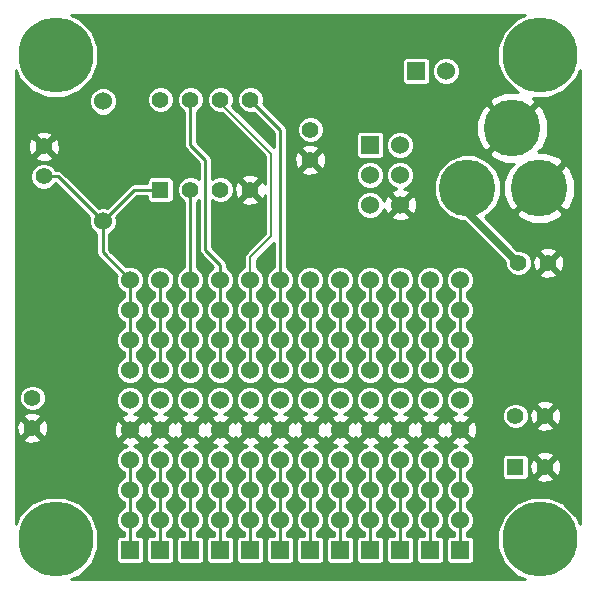
<source format=gbl>
G04 (created by PCBNEW (2013-05-31 BZR 4019)-stable) date 7/5/2014 4:02:46 PM*
%MOIN*%
G04 Gerber Fmt 3.4, Leading zero omitted, Abs format*
%FSLAX34Y34*%
G01*
G70*
G90*
G04 APERTURE LIST*
%ADD10C,0.00590551*%
%ADD11R,0.055X0.055*%
%ADD12C,0.055*%
%ADD13R,0.06X0.06*%
%ADD14C,0.06*%
%ADD15C,0.25*%
%ADD16C,0.189*%
%ADD17C,0.01*%
%ADD18C,0.008*%
%ADD19C,0.025*%
G04 APERTURE END LIST*
G54D10*
G54D11*
X9000Y-10000D03*
G54D12*
X10000Y-10000D03*
X11000Y-10000D03*
X12000Y-10000D03*
X12000Y-7000D03*
X11000Y-7000D03*
X10000Y-7000D03*
X9000Y-7000D03*
G54D13*
X17537Y-6037D03*
G54D14*
X18537Y-6037D03*
G54D15*
X5511Y-21653D03*
X21653Y-21653D03*
X21653Y-5511D03*
X5511Y-5511D03*
G54D14*
X13000Y-13000D03*
X13000Y-14000D03*
X13000Y-17000D03*
X13000Y-18000D03*
G54D13*
X13000Y-22000D03*
G54D14*
X13000Y-21000D03*
X13000Y-20000D03*
X13000Y-19000D03*
X13000Y-16000D03*
X13000Y-15000D03*
X12000Y-13000D03*
X12000Y-14000D03*
X12000Y-17000D03*
X12000Y-18000D03*
G54D13*
X12000Y-22000D03*
G54D14*
X12000Y-21000D03*
X12000Y-20000D03*
X12000Y-19000D03*
X12000Y-16000D03*
X12000Y-15000D03*
X11000Y-13000D03*
X11000Y-14000D03*
X11000Y-17000D03*
X11000Y-18000D03*
G54D13*
X11000Y-22000D03*
G54D14*
X11000Y-21000D03*
X11000Y-20000D03*
X11000Y-19000D03*
X11000Y-16000D03*
X11000Y-15000D03*
X10000Y-13000D03*
X10000Y-14000D03*
X10000Y-17000D03*
X10000Y-18000D03*
G54D13*
X10000Y-22000D03*
G54D14*
X10000Y-21000D03*
X10000Y-20000D03*
X10000Y-19000D03*
X10000Y-16000D03*
X10000Y-15000D03*
X9000Y-13000D03*
X9000Y-14000D03*
X9000Y-17000D03*
X9000Y-18000D03*
G54D13*
X9000Y-22000D03*
G54D14*
X9000Y-21000D03*
X9000Y-20000D03*
X9000Y-19000D03*
X9000Y-16000D03*
X9000Y-15000D03*
X8000Y-13000D03*
X8000Y-14000D03*
X8000Y-17000D03*
X8000Y-18000D03*
G54D13*
X8000Y-22000D03*
G54D14*
X8000Y-21000D03*
X8000Y-20000D03*
X8000Y-19000D03*
X8000Y-16000D03*
X8000Y-15000D03*
G54D12*
X20837Y-17537D03*
X21837Y-17537D03*
X5118Y-9555D03*
X5118Y-8555D03*
X20937Y-12437D03*
X21937Y-12437D03*
G54D14*
X7086Y-7055D03*
X7086Y-11055D03*
X19000Y-13000D03*
X19000Y-14000D03*
X19000Y-17000D03*
X19000Y-18000D03*
G54D13*
X19000Y-22000D03*
G54D14*
X19000Y-21000D03*
X19000Y-20000D03*
X19000Y-19000D03*
X19000Y-16000D03*
X19000Y-15000D03*
X18000Y-13000D03*
X18000Y-14000D03*
X18000Y-17000D03*
X18000Y-18000D03*
G54D13*
X18000Y-22000D03*
G54D14*
X18000Y-21000D03*
X18000Y-20000D03*
X18000Y-19000D03*
X18000Y-16000D03*
X18000Y-15000D03*
X17000Y-13000D03*
X17000Y-14000D03*
X17000Y-17000D03*
X17000Y-18000D03*
G54D13*
X17000Y-22000D03*
G54D14*
X17000Y-21000D03*
X17000Y-20000D03*
X17000Y-19000D03*
X17000Y-16000D03*
X17000Y-15000D03*
X14000Y-13000D03*
X14000Y-14000D03*
X14000Y-17000D03*
X14000Y-18000D03*
G54D13*
X14000Y-22000D03*
G54D14*
X14000Y-21000D03*
X14000Y-20000D03*
X14000Y-19000D03*
X14000Y-16000D03*
X14000Y-15000D03*
X15000Y-13000D03*
X15000Y-14000D03*
X15000Y-17000D03*
X15000Y-18000D03*
G54D13*
X15000Y-22000D03*
G54D14*
X15000Y-21000D03*
X15000Y-20000D03*
X15000Y-19000D03*
X15000Y-16000D03*
X15000Y-15000D03*
X16000Y-13000D03*
X16000Y-14000D03*
X16000Y-17000D03*
X16000Y-18000D03*
G54D13*
X16000Y-22000D03*
G54D14*
X16000Y-21000D03*
X16000Y-20000D03*
X16000Y-19000D03*
X16000Y-16000D03*
X16000Y-15000D03*
G54D12*
X14000Y-8000D03*
X14000Y-9000D03*
X4737Y-16937D03*
X4737Y-17937D03*
G54D11*
X20837Y-19237D03*
G54D12*
X21837Y-19237D03*
G54D16*
X21637Y-9937D03*
X19237Y-9937D03*
X20737Y-7937D03*
G54D13*
X16000Y-8500D03*
G54D14*
X17000Y-8500D03*
X16000Y-9500D03*
X17000Y-9500D03*
X16000Y-10500D03*
X17000Y-10500D03*
G54D17*
X13000Y-13000D02*
X13000Y-8000D01*
X13000Y-8000D02*
X12000Y-7000D01*
X13000Y-16000D02*
X13000Y-15000D01*
X13000Y-15000D02*
X13000Y-14000D01*
X13000Y-14000D02*
X13000Y-13000D01*
G54D18*
X11000Y-7000D02*
X11000Y-7100D01*
X12000Y-12250D02*
X12000Y-13000D01*
X12700Y-11550D02*
X12000Y-12250D01*
X12700Y-8800D02*
X12700Y-11550D01*
X11000Y-7100D02*
X12700Y-8800D01*
G54D17*
X12000Y-16000D02*
X12000Y-15000D01*
X12000Y-15000D02*
X12000Y-14000D01*
X12000Y-14000D02*
X12000Y-13000D01*
X10000Y-7000D02*
X10000Y-8500D01*
X11000Y-12500D02*
X11000Y-13000D01*
X10500Y-12000D02*
X11000Y-12500D01*
X10500Y-9000D02*
X10500Y-12000D01*
X10000Y-8500D02*
X10500Y-9000D01*
X11000Y-16000D02*
X11000Y-15000D01*
X11000Y-15000D02*
X11000Y-14000D01*
X11000Y-14000D02*
X11000Y-13000D01*
X10000Y-13000D02*
X10000Y-10000D01*
X10000Y-16000D02*
X10000Y-15000D01*
X10000Y-15000D02*
X10000Y-14000D01*
X10000Y-14000D02*
X10000Y-13000D01*
X9000Y-16000D02*
X9000Y-15000D01*
X9000Y-15000D02*
X9000Y-14000D01*
X9000Y-14000D02*
X9000Y-13000D01*
X9000Y-10000D02*
X8141Y-10000D01*
X8141Y-10000D02*
X7086Y-11055D01*
X5118Y-9555D02*
X5586Y-9555D01*
X5586Y-9555D02*
X7086Y-11055D01*
X8000Y-16000D02*
X8000Y-15000D01*
X8000Y-15000D02*
X8000Y-14000D01*
X8000Y-14000D02*
X8000Y-13000D01*
X8000Y-13000D02*
X7086Y-12086D01*
X7086Y-12086D02*
X7086Y-11055D01*
G54D19*
X19237Y-9937D02*
X19237Y-10737D01*
X19237Y-10737D02*
X20937Y-12437D01*
G54D17*
X13000Y-22000D02*
X13000Y-21000D01*
X13000Y-21000D02*
X13000Y-20000D01*
X13000Y-20000D02*
X13000Y-19000D01*
X14000Y-22000D02*
X14000Y-21000D01*
X14000Y-21000D02*
X14000Y-20000D01*
X14000Y-20000D02*
X14000Y-19000D01*
X14000Y-19000D02*
X14000Y-19500D01*
X19000Y-16000D02*
X19000Y-15000D01*
X19000Y-15000D02*
X19000Y-14000D01*
X19000Y-14000D02*
X19000Y-13000D01*
X15000Y-16000D02*
X15000Y-15000D01*
X15000Y-15000D02*
X15000Y-14000D01*
X15000Y-14000D02*
X15000Y-13000D01*
X16000Y-16000D02*
X16000Y-15000D01*
X16000Y-15000D02*
X16000Y-14000D01*
X16000Y-14000D02*
X16000Y-13000D01*
X8000Y-22000D02*
X8000Y-21000D01*
X8000Y-21000D02*
X8000Y-20000D01*
X8000Y-20000D02*
X8000Y-19000D01*
X16000Y-22000D02*
X16000Y-21000D01*
X16000Y-21000D02*
X16000Y-20000D01*
X16000Y-20000D02*
X16000Y-19000D01*
X19000Y-22000D02*
X19000Y-21000D01*
X19000Y-21000D02*
X19000Y-20000D01*
X19000Y-20000D02*
X19000Y-19000D01*
X18000Y-16000D02*
X18000Y-15000D01*
X18000Y-15000D02*
X18000Y-14000D01*
X18000Y-14000D02*
X18000Y-13000D01*
X18000Y-22000D02*
X18000Y-21000D01*
X18000Y-21000D02*
X18000Y-20000D01*
X18000Y-20000D02*
X18000Y-19000D01*
X15000Y-22000D02*
X15000Y-21000D01*
X15000Y-21000D02*
X15000Y-20000D01*
X15000Y-20000D02*
X15000Y-19000D01*
X9000Y-22000D02*
X9000Y-21000D01*
X9000Y-21000D02*
X9000Y-20000D01*
X9000Y-20000D02*
X9000Y-19000D01*
X10000Y-22000D02*
X10000Y-21000D01*
X10000Y-21000D02*
X10000Y-20000D01*
X10000Y-20000D02*
X10000Y-19000D01*
X11000Y-22000D02*
X11000Y-21000D01*
X11000Y-21000D02*
X11000Y-20000D01*
X11000Y-20000D02*
X11000Y-19000D01*
X12000Y-22000D02*
X12000Y-21000D01*
X12000Y-21000D02*
X12000Y-20000D01*
X12000Y-20000D02*
X12000Y-19000D01*
X17000Y-22000D02*
X17000Y-21000D01*
X17000Y-21000D02*
X17000Y-20000D01*
X17000Y-20000D02*
X17000Y-19000D01*
X17000Y-16000D02*
X17000Y-15000D01*
X17000Y-15000D02*
X17000Y-14000D01*
X17000Y-14000D02*
X17000Y-13000D01*
X14000Y-16000D02*
X14000Y-15000D01*
X14000Y-15000D02*
X14000Y-14000D01*
X14000Y-14000D02*
X14000Y-13000D01*
G54D10*
G36*
X22983Y-21153D02*
X22858Y-20850D01*
X22832Y-20824D01*
X22832Y-10172D01*
X22831Y-9697D01*
X22651Y-9261D01*
X22488Y-9155D01*
X22418Y-9226D01*
X22418Y-9085D01*
X22312Y-8922D01*
X21932Y-8766D01*
X21872Y-8741D01*
X21612Y-8742D01*
X21588Y-8718D01*
X21751Y-8612D01*
X21932Y-8172D01*
X21931Y-7697D01*
X21751Y-7261D01*
X21588Y-7155D01*
X20807Y-7937D01*
X20813Y-7942D01*
X20742Y-8013D01*
X20737Y-8007D01*
X20666Y-8078D01*
X20666Y-7937D01*
X19885Y-7155D01*
X19722Y-7261D01*
X19541Y-7701D01*
X19542Y-8176D01*
X19722Y-8612D01*
X19885Y-8718D01*
X20666Y-7937D01*
X20666Y-8078D01*
X19955Y-8788D01*
X20061Y-8951D01*
X20501Y-9132D01*
X20761Y-9131D01*
X20785Y-9155D01*
X20622Y-9261D01*
X20441Y-9701D01*
X20442Y-10176D01*
X20622Y-10612D01*
X20785Y-10718D01*
X21566Y-9937D01*
X21560Y-9931D01*
X21631Y-9860D01*
X21637Y-9866D01*
X22418Y-9085D01*
X22418Y-9226D01*
X21707Y-9937D01*
X22488Y-10718D01*
X22651Y-10612D01*
X22832Y-10172D01*
X22832Y-20824D01*
X22466Y-20458D01*
X22466Y-12512D01*
X22455Y-12304D01*
X22418Y-12214D01*
X22418Y-10788D01*
X21637Y-10007D01*
X21566Y-10078D01*
X20855Y-10788D01*
X20961Y-10951D01*
X21401Y-11132D01*
X21876Y-11131D01*
X22312Y-10951D01*
X22418Y-10788D01*
X22418Y-12214D01*
X22397Y-12164D01*
X22304Y-12139D01*
X22234Y-12210D01*
X22234Y-12069D01*
X22209Y-11976D01*
X22012Y-11907D01*
X21804Y-11918D01*
X21664Y-11976D01*
X21639Y-12069D01*
X21937Y-12366D01*
X22234Y-12069D01*
X22234Y-12210D01*
X22007Y-12437D01*
X22304Y-12734D01*
X22397Y-12709D01*
X22466Y-12512D01*
X22466Y-20458D01*
X22458Y-20450D01*
X22366Y-20412D01*
X22366Y-19312D01*
X22366Y-17612D01*
X22355Y-17404D01*
X22297Y-17264D01*
X22234Y-17247D01*
X22234Y-12804D01*
X21937Y-12507D01*
X21866Y-12578D01*
X21866Y-12437D01*
X21569Y-12139D01*
X21476Y-12164D01*
X21407Y-12361D01*
X21418Y-12569D01*
X21476Y-12709D01*
X21569Y-12734D01*
X21866Y-12437D01*
X21866Y-12578D01*
X21639Y-12804D01*
X21664Y-12897D01*
X21861Y-12966D01*
X22069Y-12955D01*
X22209Y-12897D01*
X22234Y-12804D01*
X22234Y-17247D01*
X22204Y-17239D01*
X22134Y-17310D01*
X22134Y-17169D01*
X22109Y-17076D01*
X21912Y-17007D01*
X21704Y-17018D01*
X21564Y-17076D01*
X21539Y-17169D01*
X21837Y-17466D01*
X22134Y-17169D01*
X22134Y-17310D01*
X21907Y-17537D01*
X22204Y-17834D01*
X22297Y-17809D01*
X22366Y-17612D01*
X22366Y-19312D01*
X22355Y-19104D01*
X22297Y-18964D01*
X22204Y-18939D01*
X22134Y-19010D01*
X22134Y-18869D01*
X22134Y-17904D01*
X21837Y-17607D01*
X21766Y-17678D01*
X21766Y-17537D01*
X21469Y-17239D01*
X21382Y-17262D01*
X21382Y-12348D01*
X21314Y-12185D01*
X21189Y-12059D01*
X21025Y-11992D01*
X20909Y-11991D01*
X19819Y-10902D01*
X19867Y-10882D01*
X20181Y-10569D01*
X20351Y-10159D01*
X20352Y-9716D01*
X20182Y-9306D01*
X19869Y-8992D01*
X19459Y-8822D01*
X19016Y-8821D01*
X19007Y-8825D01*
X19007Y-5943D01*
X18935Y-5771D01*
X18803Y-5638D01*
X18630Y-5567D01*
X18443Y-5566D01*
X18271Y-5638D01*
X18138Y-5770D01*
X18067Y-5943D01*
X18066Y-6130D01*
X18138Y-6302D01*
X18270Y-6435D01*
X18443Y-6506D01*
X18630Y-6507D01*
X18802Y-6435D01*
X18935Y-6303D01*
X19006Y-6130D01*
X19007Y-5943D01*
X19007Y-8825D01*
X18606Y-8991D01*
X18292Y-9304D01*
X18122Y-9714D01*
X18121Y-10157D01*
X18291Y-10567D01*
X18604Y-10881D01*
X19014Y-11051D01*
X19134Y-11051D01*
X20492Y-12409D01*
X20491Y-12525D01*
X20559Y-12688D01*
X20684Y-12814D01*
X20848Y-12881D01*
X21025Y-12882D01*
X21188Y-12814D01*
X21314Y-12689D01*
X21381Y-12525D01*
X21382Y-12348D01*
X21382Y-17262D01*
X21376Y-17264D01*
X21307Y-17461D01*
X21318Y-17669D01*
X21376Y-17809D01*
X21469Y-17834D01*
X21766Y-17537D01*
X21766Y-17678D01*
X21539Y-17904D01*
X21564Y-17997D01*
X21761Y-18066D01*
X21969Y-18055D01*
X22109Y-17997D01*
X22134Y-17904D01*
X22134Y-18869D01*
X22109Y-18776D01*
X21912Y-18707D01*
X21704Y-18718D01*
X21564Y-18776D01*
X21539Y-18869D01*
X21837Y-19166D01*
X22134Y-18869D01*
X22134Y-19010D01*
X21907Y-19237D01*
X22204Y-19534D01*
X22297Y-19509D01*
X22366Y-19312D01*
X22366Y-20412D01*
X22134Y-20315D01*
X22134Y-19604D01*
X21837Y-19307D01*
X21766Y-19378D01*
X21766Y-19237D01*
X21469Y-18939D01*
X21376Y-18964D01*
X21307Y-19161D01*
X21318Y-19369D01*
X21376Y-19509D01*
X21469Y-19534D01*
X21766Y-19237D01*
X21766Y-19378D01*
X21539Y-19604D01*
X21564Y-19697D01*
X21761Y-19766D01*
X21969Y-19755D01*
X22109Y-19697D01*
X22134Y-19604D01*
X22134Y-20315D01*
X21937Y-20233D01*
X21372Y-20233D01*
X21282Y-20270D01*
X21282Y-17448D01*
X21214Y-17285D01*
X21089Y-17159D01*
X20925Y-17092D01*
X20748Y-17091D01*
X20585Y-17159D01*
X20459Y-17284D01*
X20392Y-17448D01*
X20391Y-17625D01*
X20459Y-17788D01*
X20584Y-17914D01*
X20748Y-17981D01*
X20925Y-17982D01*
X21088Y-17914D01*
X21214Y-17789D01*
X21281Y-17625D01*
X21282Y-17448D01*
X21282Y-20270D01*
X21282Y-20270D01*
X21282Y-19478D01*
X21282Y-18928D01*
X21256Y-18865D01*
X21208Y-18817D01*
X21145Y-18792D01*
X21078Y-18791D01*
X20528Y-18791D01*
X20465Y-18817D01*
X20417Y-18865D01*
X20392Y-18928D01*
X20391Y-18995D01*
X20391Y-19545D01*
X20417Y-19608D01*
X20465Y-19656D01*
X20528Y-19681D01*
X20595Y-19682D01*
X21145Y-19682D01*
X21208Y-19656D01*
X21256Y-19608D01*
X21281Y-19545D01*
X21282Y-19478D01*
X21282Y-20270D01*
X20850Y-20449D01*
X20450Y-20848D01*
X20233Y-21369D01*
X20233Y-21934D01*
X20449Y-22456D01*
X20848Y-22856D01*
X21153Y-22983D01*
X19554Y-22983D01*
X19554Y-18081D01*
X19543Y-17863D01*
X19481Y-17712D01*
X19470Y-17708D01*
X19470Y-16906D01*
X19470Y-15906D01*
X19398Y-15734D01*
X19266Y-15601D01*
X19220Y-15582D01*
X19220Y-15417D01*
X19265Y-15398D01*
X19398Y-15266D01*
X19469Y-15093D01*
X19470Y-14906D01*
X19398Y-14734D01*
X19266Y-14601D01*
X19220Y-14582D01*
X19220Y-14417D01*
X19265Y-14398D01*
X19398Y-14266D01*
X19469Y-14093D01*
X19470Y-13906D01*
X19398Y-13734D01*
X19266Y-13601D01*
X19220Y-13582D01*
X19220Y-13417D01*
X19265Y-13398D01*
X19398Y-13266D01*
X19469Y-13093D01*
X19470Y-12906D01*
X19398Y-12734D01*
X19266Y-12601D01*
X19093Y-12530D01*
X18906Y-12529D01*
X18734Y-12601D01*
X18601Y-12733D01*
X18530Y-12906D01*
X18529Y-13093D01*
X18601Y-13265D01*
X18733Y-13398D01*
X18780Y-13417D01*
X18780Y-13582D01*
X18734Y-13601D01*
X18601Y-13733D01*
X18530Y-13906D01*
X18529Y-14093D01*
X18601Y-14265D01*
X18733Y-14398D01*
X18780Y-14417D01*
X18780Y-14582D01*
X18734Y-14601D01*
X18601Y-14733D01*
X18530Y-14906D01*
X18529Y-15093D01*
X18601Y-15265D01*
X18733Y-15398D01*
X18780Y-15417D01*
X18780Y-15582D01*
X18734Y-15601D01*
X18601Y-15733D01*
X18530Y-15906D01*
X18529Y-16093D01*
X18601Y-16265D01*
X18733Y-16398D01*
X18906Y-16469D01*
X19093Y-16470D01*
X19265Y-16398D01*
X19398Y-16266D01*
X19469Y-16093D01*
X19470Y-15906D01*
X19470Y-16906D01*
X19398Y-16734D01*
X19266Y-16601D01*
X19093Y-16530D01*
X18906Y-16529D01*
X18734Y-16601D01*
X18601Y-16733D01*
X18530Y-16906D01*
X18529Y-17093D01*
X18601Y-17265D01*
X18733Y-17398D01*
X18871Y-17455D01*
X18863Y-17456D01*
X18712Y-17518D01*
X18684Y-17614D01*
X19000Y-17929D01*
X19315Y-17614D01*
X19287Y-17518D01*
X19120Y-17458D01*
X19265Y-17398D01*
X19398Y-17266D01*
X19469Y-17093D01*
X19470Y-16906D01*
X19470Y-17708D01*
X19385Y-17684D01*
X19070Y-18000D01*
X19385Y-18315D01*
X19481Y-18287D01*
X19554Y-18081D01*
X19554Y-22983D01*
X19470Y-22983D01*
X19470Y-20906D01*
X19398Y-20734D01*
X19266Y-20601D01*
X19220Y-20582D01*
X19220Y-20417D01*
X19265Y-20398D01*
X19398Y-20266D01*
X19469Y-20093D01*
X19470Y-19906D01*
X19398Y-19734D01*
X19266Y-19601D01*
X19220Y-19582D01*
X19220Y-19417D01*
X19265Y-19398D01*
X19398Y-19266D01*
X19469Y-19093D01*
X19470Y-18906D01*
X19398Y-18734D01*
X19266Y-18601D01*
X19128Y-18544D01*
X19136Y-18543D01*
X19287Y-18481D01*
X19315Y-18385D01*
X19000Y-18070D01*
X18929Y-18141D01*
X18929Y-18000D01*
X18614Y-17684D01*
X18518Y-17712D01*
X18501Y-17760D01*
X18481Y-17712D01*
X18470Y-17708D01*
X18470Y-16906D01*
X18470Y-15906D01*
X18398Y-15734D01*
X18266Y-15601D01*
X18220Y-15582D01*
X18220Y-15417D01*
X18265Y-15398D01*
X18398Y-15266D01*
X18469Y-15093D01*
X18470Y-14906D01*
X18398Y-14734D01*
X18266Y-14601D01*
X18220Y-14582D01*
X18220Y-14417D01*
X18265Y-14398D01*
X18398Y-14266D01*
X18469Y-14093D01*
X18470Y-13906D01*
X18398Y-13734D01*
X18266Y-13601D01*
X18220Y-13582D01*
X18220Y-13417D01*
X18265Y-13398D01*
X18398Y-13266D01*
X18469Y-13093D01*
X18470Y-12906D01*
X18398Y-12734D01*
X18266Y-12601D01*
X18093Y-12530D01*
X18007Y-12530D01*
X18007Y-6303D01*
X18007Y-5703D01*
X17981Y-5640D01*
X17933Y-5592D01*
X17870Y-5567D01*
X17803Y-5566D01*
X17203Y-5566D01*
X17140Y-5592D01*
X17092Y-5640D01*
X17067Y-5703D01*
X17066Y-5770D01*
X17066Y-6370D01*
X17092Y-6433D01*
X17140Y-6481D01*
X17203Y-6506D01*
X17270Y-6507D01*
X17870Y-6507D01*
X17933Y-6481D01*
X17981Y-6433D01*
X18006Y-6370D01*
X18007Y-6303D01*
X18007Y-12530D01*
X17906Y-12529D01*
X17734Y-12601D01*
X17601Y-12733D01*
X17554Y-12846D01*
X17554Y-10581D01*
X17543Y-10363D01*
X17481Y-10212D01*
X17470Y-10208D01*
X17470Y-9406D01*
X17470Y-8406D01*
X17398Y-8234D01*
X17266Y-8101D01*
X17093Y-8030D01*
X16906Y-8029D01*
X16734Y-8101D01*
X16601Y-8233D01*
X16530Y-8406D01*
X16529Y-8593D01*
X16601Y-8765D01*
X16733Y-8898D01*
X16906Y-8969D01*
X17093Y-8970D01*
X17265Y-8898D01*
X17398Y-8766D01*
X17469Y-8593D01*
X17470Y-8406D01*
X17470Y-9406D01*
X17398Y-9234D01*
X17266Y-9101D01*
X17093Y-9030D01*
X16906Y-9029D01*
X16734Y-9101D01*
X16601Y-9233D01*
X16530Y-9406D01*
X16529Y-9593D01*
X16601Y-9765D01*
X16733Y-9898D01*
X16871Y-9955D01*
X16863Y-9956D01*
X16712Y-10018D01*
X16684Y-10114D01*
X17000Y-10429D01*
X17315Y-10114D01*
X17287Y-10018D01*
X17120Y-9958D01*
X17265Y-9898D01*
X17398Y-9766D01*
X17469Y-9593D01*
X17470Y-9406D01*
X17470Y-10208D01*
X17385Y-10184D01*
X17070Y-10500D01*
X17385Y-10815D01*
X17481Y-10787D01*
X17554Y-10581D01*
X17554Y-12846D01*
X17530Y-12906D01*
X17529Y-13093D01*
X17601Y-13265D01*
X17733Y-13398D01*
X17780Y-13417D01*
X17780Y-13582D01*
X17734Y-13601D01*
X17601Y-13733D01*
X17530Y-13906D01*
X17529Y-14093D01*
X17601Y-14265D01*
X17733Y-14398D01*
X17780Y-14417D01*
X17780Y-14582D01*
X17734Y-14601D01*
X17601Y-14733D01*
X17530Y-14906D01*
X17529Y-15093D01*
X17601Y-15265D01*
X17733Y-15398D01*
X17780Y-15417D01*
X17780Y-15582D01*
X17734Y-15601D01*
X17601Y-15733D01*
X17530Y-15906D01*
X17529Y-16093D01*
X17601Y-16265D01*
X17733Y-16398D01*
X17906Y-16469D01*
X18093Y-16470D01*
X18265Y-16398D01*
X18398Y-16266D01*
X18469Y-16093D01*
X18470Y-15906D01*
X18470Y-16906D01*
X18398Y-16734D01*
X18266Y-16601D01*
X18093Y-16530D01*
X17906Y-16529D01*
X17734Y-16601D01*
X17601Y-16733D01*
X17530Y-16906D01*
X17529Y-17093D01*
X17601Y-17265D01*
X17733Y-17398D01*
X17871Y-17455D01*
X17863Y-17456D01*
X17712Y-17518D01*
X17684Y-17614D01*
X18000Y-17929D01*
X18315Y-17614D01*
X18287Y-17518D01*
X18120Y-17458D01*
X18265Y-17398D01*
X18398Y-17266D01*
X18469Y-17093D01*
X18470Y-16906D01*
X18470Y-17708D01*
X18385Y-17684D01*
X18070Y-18000D01*
X18385Y-18315D01*
X18481Y-18287D01*
X18498Y-18239D01*
X18518Y-18287D01*
X18614Y-18315D01*
X18929Y-18000D01*
X18929Y-18141D01*
X18684Y-18385D01*
X18712Y-18481D01*
X18879Y-18541D01*
X18734Y-18601D01*
X18601Y-18733D01*
X18530Y-18906D01*
X18529Y-19093D01*
X18601Y-19265D01*
X18733Y-19398D01*
X18780Y-19417D01*
X18780Y-19582D01*
X18734Y-19601D01*
X18601Y-19733D01*
X18530Y-19906D01*
X18529Y-20093D01*
X18601Y-20265D01*
X18733Y-20398D01*
X18780Y-20417D01*
X18780Y-20582D01*
X18734Y-20601D01*
X18601Y-20733D01*
X18530Y-20906D01*
X18529Y-21093D01*
X18601Y-21265D01*
X18733Y-21398D01*
X18780Y-21417D01*
X18780Y-21529D01*
X18666Y-21529D01*
X18603Y-21555D01*
X18555Y-21603D01*
X18530Y-21666D01*
X18529Y-21733D01*
X18529Y-22333D01*
X18555Y-22396D01*
X18603Y-22444D01*
X18666Y-22469D01*
X18733Y-22470D01*
X19333Y-22470D01*
X19396Y-22444D01*
X19444Y-22396D01*
X19469Y-22333D01*
X19470Y-22266D01*
X19470Y-21666D01*
X19444Y-21603D01*
X19396Y-21555D01*
X19333Y-21530D01*
X19266Y-21529D01*
X19220Y-21529D01*
X19220Y-21417D01*
X19265Y-21398D01*
X19398Y-21266D01*
X19469Y-21093D01*
X19470Y-20906D01*
X19470Y-22983D01*
X18470Y-22983D01*
X18470Y-20906D01*
X18398Y-20734D01*
X18266Y-20601D01*
X18220Y-20582D01*
X18220Y-20417D01*
X18265Y-20398D01*
X18398Y-20266D01*
X18469Y-20093D01*
X18470Y-19906D01*
X18398Y-19734D01*
X18266Y-19601D01*
X18220Y-19582D01*
X18220Y-19417D01*
X18265Y-19398D01*
X18398Y-19266D01*
X18469Y-19093D01*
X18470Y-18906D01*
X18398Y-18734D01*
X18266Y-18601D01*
X18128Y-18544D01*
X18136Y-18543D01*
X18287Y-18481D01*
X18315Y-18385D01*
X18000Y-18070D01*
X17929Y-18141D01*
X17929Y-18000D01*
X17614Y-17684D01*
X17518Y-17712D01*
X17501Y-17760D01*
X17481Y-17712D01*
X17470Y-17708D01*
X17470Y-16906D01*
X17470Y-15906D01*
X17398Y-15734D01*
X17266Y-15601D01*
X17220Y-15582D01*
X17220Y-15417D01*
X17265Y-15398D01*
X17398Y-15266D01*
X17469Y-15093D01*
X17470Y-14906D01*
X17398Y-14734D01*
X17266Y-14601D01*
X17220Y-14582D01*
X17220Y-14417D01*
X17265Y-14398D01*
X17398Y-14266D01*
X17469Y-14093D01*
X17470Y-13906D01*
X17398Y-13734D01*
X17266Y-13601D01*
X17220Y-13582D01*
X17220Y-13417D01*
X17265Y-13398D01*
X17398Y-13266D01*
X17469Y-13093D01*
X17470Y-12906D01*
X17398Y-12734D01*
X17315Y-12650D01*
X17315Y-10885D01*
X17000Y-10570D01*
X16929Y-10641D01*
X16929Y-10500D01*
X16614Y-10184D01*
X16518Y-10212D01*
X16470Y-10348D01*
X16470Y-9406D01*
X16470Y-9406D01*
X16470Y-8766D01*
X16470Y-8166D01*
X16444Y-8103D01*
X16396Y-8055D01*
X16333Y-8030D01*
X16266Y-8029D01*
X15666Y-8029D01*
X15603Y-8055D01*
X15555Y-8103D01*
X15530Y-8166D01*
X15529Y-8233D01*
X15529Y-8833D01*
X15555Y-8896D01*
X15603Y-8944D01*
X15666Y-8969D01*
X15733Y-8970D01*
X16333Y-8970D01*
X16396Y-8944D01*
X16444Y-8896D01*
X16469Y-8833D01*
X16470Y-8766D01*
X16470Y-9406D01*
X16398Y-9234D01*
X16266Y-9101D01*
X16093Y-9030D01*
X15906Y-9029D01*
X15734Y-9101D01*
X15601Y-9233D01*
X15530Y-9406D01*
X15529Y-9593D01*
X15601Y-9765D01*
X15733Y-9898D01*
X15906Y-9969D01*
X16093Y-9970D01*
X16265Y-9898D01*
X16398Y-9766D01*
X16469Y-9593D01*
X16470Y-9406D01*
X16470Y-10348D01*
X16458Y-10379D01*
X16398Y-10234D01*
X16266Y-10101D01*
X16093Y-10030D01*
X15906Y-10029D01*
X15734Y-10101D01*
X15601Y-10233D01*
X15530Y-10406D01*
X15529Y-10593D01*
X15601Y-10765D01*
X15733Y-10898D01*
X15906Y-10969D01*
X16093Y-10970D01*
X16265Y-10898D01*
X16398Y-10766D01*
X16455Y-10628D01*
X16456Y-10636D01*
X16518Y-10787D01*
X16614Y-10815D01*
X16929Y-10500D01*
X16929Y-10641D01*
X16684Y-10885D01*
X16712Y-10981D01*
X16918Y-11054D01*
X17136Y-11043D01*
X17287Y-10981D01*
X17315Y-10885D01*
X17315Y-12650D01*
X17266Y-12601D01*
X17093Y-12530D01*
X16906Y-12529D01*
X16734Y-12601D01*
X16601Y-12733D01*
X16530Y-12906D01*
X16529Y-13093D01*
X16601Y-13265D01*
X16733Y-13398D01*
X16780Y-13417D01*
X16780Y-13582D01*
X16734Y-13601D01*
X16601Y-13733D01*
X16530Y-13906D01*
X16529Y-14093D01*
X16601Y-14265D01*
X16733Y-14398D01*
X16780Y-14417D01*
X16780Y-14582D01*
X16734Y-14601D01*
X16601Y-14733D01*
X16530Y-14906D01*
X16529Y-15093D01*
X16601Y-15265D01*
X16733Y-15398D01*
X16780Y-15417D01*
X16780Y-15582D01*
X16734Y-15601D01*
X16601Y-15733D01*
X16530Y-15906D01*
X16529Y-16093D01*
X16601Y-16265D01*
X16733Y-16398D01*
X16906Y-16469D01*
X17093Y-16470D01*
X17265Y-16398D01*
X17398Y-16266D01*
X17469Y-16093D01*
X17470Y-15906D01*
X17470Y-16906D01*
X17398Y-16734D01*
X17266Y-16601D01*
X17093Y-16530D01*
X16906Y-16529D01*
X16734Y-16601D01*
X16601Y-16733D01*
X16530Y-16906D01*
X16529Y-17093D01*
X16601Y-17265D01*
X16733Y-17398D01*
X16871Y-17455D01*
X16863Y-17456D01*
X16712Y-17518D01*
X16684Y-17614D01*
X17000Y-17929D01*
X17315Y-17614D01*
X17287Y-17518D01*
X17120Y-17458D01*
X17265Y-17398D01*
X17398Y-17266D01*
X17469Y-17093D01*
X17470Y-16906D01*
X17470Y-17708D01*
X17385Y-17684D01*
X17070Y-18000D01*
X17385Y-18315D01*
X17481Y-18287D01*
X17498Y-18239D01*
X17518Y-18287D01*
X17614Y-18315D01*
X17929Y-18000D01*
X17929Y-18141D01*
X17684Y-18385D01*
X17712Y-18481D01*
X17879Y-18541D01*
X17734Y-18601D01*
X17601Y-18733D01*
X17530Y-18906D01*
X17529Y-19093D01*
X17601Y-19265D01*
X17733Y-19398D01*
X17780Y-19417D01*
X17780Y-19582D01*
X17734Y-19601D01*
X17601Y-19733D01*
X17530Y-19906D01*
X17529Y-20093D01*
X17601Y-20265D01*
X17733Y-20398D01*
X17780Y-20417D01*
X17780Y-20582D01*
X17734Y-20601D01*
X17601Y-20733D01*
X17530Y-20906D01*
X17529Y-21093D01*
X17601Y-21265D01*
X17733Y-21398D01*
X17780Y-21417D01*
X17780Y-21529D01*
X17666Y-21529D01*
X17603Y-21555D01*
X17555Y-21603D01*
X17530Y-21666D01*
X17529Y-21733D01*
X17529Y-22333D01*
X17555Y-22396D01*
X17603Y-22444D01*
X17666Y-22469D01*
X17733Y-22470D01*
X18333Y-22470D01*
X18396Y-22444D01*
X18444Y-22396D01*
X18469Y-22333D01*
X18470Y-22266D01*
X18470Y-21666D01*
X18444Y-21603D01*
X18396Y-21555D01*
X18333Y-21530D01*
X18266Y-21529D01*
X18220Y-21529D01*
X18220Y-21417D01*
X18265Y-21398D01*
X18398Y-21266D01*
X18469Y-21093D01*
X18470Y-20906D01*
X18470Y-22983D01*
X17470Y-22983D01*
X17470Y-20906D01*
X17398Y-20734D01*
X17266Y-20601D01*
X17220Y-20582D01*
X17220Y-20417D01*
X17265Y-20398D01*
X17398Y-20266D01*
X17469Y-20093D01*
X17470Y-19906D01*
X17398Y-19734D01*
X17266Y-19601D01*
X17220Y-19582D01*
X17220Y-19417D01*
X17265Y-19398D01*
X17398Y-19266D01*
X17469Y-19093D01*
X17470Y-18906D01*
X17398Y-18734D01*
X17266Y-18601D01*
X17128Y-18544D01*
X17136Y-18543D01*
X17287Y-18481D01*
X17315Y-18385D01*
X17000Y-18070D01*
X16929Y-18141D01*
X16929Y-18000D01*
X16614Y-17684D01*
X16518Y-17712D01*
X16501Y-17760D01*
X16481Y-17712D01*
X16470Y-17708D01*
X16470Y-16906D01*
X16470Y-15906D01*
X16398Y-15734D01*
X16266Y-15601D01*
X16220Y-15582D01*
X16220Y-15417D01*
X16265Y-15398D01*
X16398Y-15266D01*
X16469Y-15093D01*
X16470Y-14906D01*
X16398Y-14734D01*
X16266Y-14601D01*
X16220Y-14582D01*
X16220Y-14417D01*
X16265Y-14398D01*
X16398Y-14266D01*
X16469Y-14093D01*
X16470Y-13906D01*
X16398Y-13734D01*
X16266Y-13601D01*
X16220Y-13582D01*
X16220Y-13417D01*
X16265Y-13398D01*
X16398Y-13266D01*
X16469Y-13093D01*
X16470Y-12906D01*
X16398Y-12734D01*
X16266Y-12601D01*
X16093Y-12530D01*
X15906Y-12529D01*
X15734Y-12601D01*
X15601Y-12733D01*
X15530Y-12906D01*
X15529Y-13093D01*
X15601Y-13265D01*
X15733Y-13398D01*
X15780Y-13417D01*
X15780Y-13582D01*
X15734Y-13601D01*
X15601Y-13733D01*
X15530Y-13906D01*
X15529Y-14093D01*
X15601Y-14265D01*
X15733Y-14398D01*
X15780Y-14417D01*
X15780Y-14582D01*
X15734Y-14601D01*
X15601Y-14733D01*
X15530Y-14906D01*
X15529Y-15093D01*
X15601Y-15265D01*
X15733Y-15398D01*
X15780Y-15417D01*
X15780Y-15582D01*
X15734Y-15601D01*
X15601Y-15733D01*
X15530Y-15906D01*
X15529Y-16093D01*
X15601Y-16265D01*
X15733Y-16398D01*
X15906Y-16469D01*
X16093Y-16470D01*
X16265Y-16398D01*
X16398Y-16266D01*
X16469Y-16093D01*
X16470Y-15906D01*
X16470Y-16906D01*
X16398Y-16734D01*
X16266Y-16601D01*
X16093Y-16530D01*
X15906Y-16529D01*
X15734Y-16601D01*
X15601Y-16733D01*
X15530Y-16906D01*
X15529Y-17093D01*
X15601Y-17265D01*
X15733Y-17398D01*
X15871Y-17455D01*
X15863Y-17456D01*
X15712Y-17518D01*
X15684Y-17614D01*
X16000Y-17929D01*
X16315Y-17614D01*
X16287Y-17518D01*
X16120Y-17458D01*
X16265Y-17398D01*
X16398Y-17266D01*
X16469Y-17093D01*
X16470Y-16906D01*
X16470Y-17708D01*
X16385Y-17684D01*
X16070Y-18000D01*
X16385Y-18315D01*
X16481Y-18287D01*
X16498Y-18239D01*
X16518Y-18287D01*
X16614Y-18315D01*
X16929Y-18000D01*
X16929Y-18141D01*
X16684Y-18385D01*
X16712Y-18481D01*
X16879Y-18541D01*
X16734Y-18601D01*
X16601Y-18733D01*
X16530Y-18906D01*
X16529Y-19093D01*
X16601Y-19265D01*
X16733Y-19398D01*
X16780Y-19417D01*
X16780Y-19582D01*
X16734Y-19601D01*
X16601Y-19733D01*
X16530Y-19906D01*
X16529Y-20093D01*
X16601Y-20265D01*
X16733Y-20398D01*
X16780Y-20417D01*
X16780Y-20582D01*
X16734Y-20601D01*
X16601Y-20733D01*
X16530Y-20906D01*
X16529Y-21093D01*
X16601Y-21265D01*
X16733Y-21398D01*
X16780Y-21417D01*
X16780Y-21529D01*
X16666Y-21529D01*
X16603Y-21555D01*
X16555Y-21603D01*
X16530Y-21666D01*
X16529Y-21733D01*
X16529Y-22333D01*
X16555Y-22396D01*
X16603Y-22444D01*
X16666Y-22469D01*
X16733Y-22470D01*
X17333Y-22470D01*
X17396Y-22444D01*
X17444Y-22396D01*
X17469Y-22333D01*
X17470Y-22266D01*
X17470Y-21666D01*
X17444Y-21603D01*
X17396Y-21555D01*
X17333Y-21530D01*
X17266Y-21529D01*
X17220Y-21529D01*
X17220Y-21417D01*
X17265Y-21398D01*
X17398Y-21266D01*
X17469Y-21093D01*
X17470Y-20906D01*
X17470Y-22983D01*
X16470Y-22983D01*
X16470Y-20906D01*
X16398Y-20734D01*
X16266Y-20601D01*
X16220Y-20582D01*
X16220Y-20417D01*
X16265Y-20398D01*
X16398Y-20266D01*
X16469Y-20093D01*
X16470Y-19906D01*
X16398Y-19734D01*
X16266Y-19601D01*
X16220Y-19582D01*
X16220Y-19417D01*
X16265Y-19398D01*
X16398Y-19266D01*
X16469Y-19093D01*
X16470Y-18906D01*
X16398Y-18734D01*
X16266Y-18601D01*
X16128Y-18544D01*
X16136Y-18543D01*
X16287Y-18481D01*
X16315Y-18385D01*
X16000Y-18070D01*
X15929Y-18141D01*
X15929Y-18000D01*
X15614Y-17684D01*
X15518Y-17712D01*
X15501Y-17760D01*
X15481Y-17712D01*
X15470Y-17708D01*
X15470Y-16906D01*
X15470Y-15906D01*
X15398Y-15734D01*
X15266Y-15601D01*
X15220Y-15582D01*
X15220Y-15417D01*
X15265Y-15398D01*
X15398Y-15266D01*
X15469Y-15093D01*
X15470Y-14906D01*
X15398Y-14734D01*
X15266Y-14601D01*
X15220Y-14582D01*
X15220Y-14417D01*
X15265Y-14398D01*
X15398Y-14266D01*
X15469Y-14093D01*
X15470Y-13906D01*
X15398Y-13734D01*
X15266Y-13601D01*
X15220Y-13582D01*
X15220Y-13417D01*
X15265Y-13398D01*
X15398Y-13266D01*
X15469Y-13093D01*
X15470Y-12906D01*
X15398Y-12734D01*
X15266Y-12601D01*
X15093Y-12530D01*
X14906Y-12529D01*
X14734Y-12601D01*
X14601Y-12733D01*
X14530Y-12906D01*
X14529Y-13093D01*
X14601Y-13265D01*
X14733Y-13398D01*
X14780Y-13417D01*
X14780Y-13582D01*
X14734Y-13601D01*
X14601Y-13733D01*
X14530Y-13906D01*
X14529Y-14093D01*
X14601Y-14265D01*
X14733Y-14398D01*
X14780Y-14417D01*
X14780Y-14582D01*
X14734Y-14601D01*
X14601Y-14733D01*
X14530Y-14906D01*
X14529Y-15093D01*
X14601Y-15265D01*
X14733Y-15398D01*
X14780Y-15417D01*
X14780Y-15582D01*
X14734Y-15601D01*
X14601Y-15733D01*
X14530Y-15906D01*
X14529Y-16093D01*
X14601Y-16265D01*
X14733Y-16398D01*
X14906Y-16469D01*
X15093Y-16470D01*
X15265Y-16398D01*
X15398Y-16266D01*
X15469Y-16093D01*
X15470Y-15906D01*
X15470Y-16906D01*
X15398Y-16734D01*
X15266Y-16601D01*
X15093Y-16530D01*
X14906Y-16529D01*
X14734Y-16601D01*
X14601Y-16733D01*
X14530Y-16906D01*
X14529Y-17093D01*
X14601Y-17265D01*
X14733Y-17398D01*
X14871Y-17455D01*
X14863Y-17456D01*
X14712Y-17518D01*
X14684Y-17614D01*
X15000Y-17929D01*
X15315Y-17614D01*
X15287Y-17518D01*
X15120Y-17458D01*
X15265Y-17398D01*
X15398Y-17266D01*
X15469Y-17093D01*
X15470Y-16906D01*
X15470Y-17708D01*
X15385Y-17684D01*
X15070Y-18000D01*
X15385Y-18315D01*
X15481Y-18287D01*
X15498Y-18239D01*
X15518Y-18287D01*
X15614Y-18315D01*
X15929Y-18000D01*
X15929Y-18141D01*
X15684Y-18385D01*
X15712Y-18481D01*
X15879Y-18541D01*
X15734Y-18601D01*
X15601Y-18733D01*
X15530Y-18906D01*
X15529Y-19093D01*
X15601Y-19265D01*
X15733Y-19398D01*
X15780Y-19417D01*
X15780Y-19582D01*
X15734Y-19601D01*
X15601Y-19733D01*
X15530Y-19906D01*
X15529Y-20093D01*
X15601Y-20265D01*
X15733Y-20398D01*
X15780Y-20417D01*
X15780Y-20582D01*
X15734Y-20601D01*
X15601Y-20733D01*
X15530Y-20906D01*
X15529Y-21093D01*
X15601Y-21265D01*
X15733Y-21398D01*
X15780Y-21417D01*
X15780Y-21529D01*
X15666Y-21529D01*
X15603Y-21555D01*
X15555Y-21603D01*
X15530Y-21666D01*
X15529Y-21733D01*
X15529Y-22333D01*
X15555Y-22396D01*
X15603Y-22444D01*
X15666Y-22469D01*
X15733Y-22470D01*
X16333Y-22470D01*
X16396Y-22444D01*
X16444Y-22396D01*
X16469Y-22333D01*
X16470Y-22266D01*
X16470Y-21666D01*
X16444Y-21603D01*
X16396Y-21555D01*
X16333Y-21530D01*
X16266Y-21529D01*
X16220Y-21529D01*
X16220Y-21417D01*
X16265Y-21398D01*
X16398Y-21266D01*
X16469Y-21093D01*
X16470Y-20906D01*
X16470Y-22983D01*
X15470Y-22983D01*
X15470Y-20906D01*
X15398Y-20734D01*
X15266Y-20601D01*
X15220Y-20582D01*
X15220Y-20417D01*
X15265Y-20398D01*
X15398Y-20266D01*
X15469Y-20093D01*
X15470Y-19906D01*
X15398Y-19734D01*
X15266Y-19601D01*
X15220Y-19582D01*
X15220Y-19417D01*
X15265Y-19398D01*
X15398Y-19266D01*
X15469Y-19093D01*
X15470Y-18906D01*
X15398Y-18734D01*
X15266Y-18601D01*
X15128Y-18544D01*
X15136Y-18543D01*
X15287Y-18481D01*
X15315Y-18385D01*
X15000Y-18070D01*
X14929Y-18141D01*
X14929Y-18000D01*
X14614Y-17684D01*
X14529Y-17708D01*
X14529Y-9075D01*
X14518Y-8867D01*
X14460Y-8727D01*
X14445Y-8723D01*
X14445Y-7911D01*
X14377Y-7748D01*
X14252Y-7622D01*
X14088Y-7555D01*
X13911Y-7554D01*
X13748Y-7622D01*
X13622Y-7747D01*
X13555Y-7911D01*
X13554Y-8088D01*
X13622Y-8251D01*
X13747Y-8377D01*
X13911Y-8444D01*
X14088Y-8445D01*
X14251Y-8377D01*
X14377Y-8252D01*
X14444Y-8088D01*
X14445Y-7911D01*
X14445Y-8723D01*
X14367Y-8702D01*
X14297Y-8773D01*
X14297Y-8632D01*
X14272Y-8539D01*
X14075Y-8470D01*
X13867Y-8481D01*
X13727Y-8539D01*
X13702Y-8632D01*
X14000Y-8929D01*
X14297Y-8632D01*
X14297Y-8773D01*
X14070Y-9000D01*
X14367Y-9297D01*
X14460Y-9272D01*
X14529Y-9075D01*
X14529Y-17708D01*
X14518Y-17712D01*
X14501Y-17760D01*
X14481Y-17712D01*
X14470Y-17708D01*
X14470Y-16906D01*
X14470Y-15906D01*
X14398Y-15734D01*
X14266Y-15601D01*
X14220Y-15582D01*
X14220Y-15417D01*
X14265Y-15398D01*
X14398Y-15266D01*
X14469Y-15093D01*
X14470Y-14906D01*
X14398Y-14734D01*
X14266Y-14601D01*
X14220Y-14582D01*
X14220Y-14417D01*
X14265Y-14398D01*
X14398Y-14266D01*
X14469Y-14093D01*
X14470Y-13906D01*
X14398Y-13734D01*
X14266Y-13601D01*
X14220Y-13582D01*
X14220Y-13417D01*
X14265Y-13398D01*
X14398Y-13266D01*
X14469Y-13093D01*
X14470Y-12906D01*
X14398Y-12734D01*
X14297Y-12632D01*
X14297Y-9367D01*
X14000Y-9070D01*
X13929Y-9141D01*
X13929Y-9000D01*
X13632Y-8702D01*
X13539Y-8727D01*
X13470Y-8924D01*
X13481Y-9132D01*
X13539Y-9272D01*
X13632Y-9297D01*
X13929Y-9000D01*
X13929Y-9141D01*
X13702Y-9367D01*
X13727Y-9460D01*
X13924Y-9529D01*
X14132Y-9518D01*
X14272Y-9460D01*
X14297Y-9367D01*
X14297Y-12632D01*
X14266Y-12601D01*
X14093Y-12530D01*
X13906Y-12529D01*
X13734Y-12601D01*
X13601Y-12733D01*
X13530Y-12906D01*
X13529Y-13093D01*
X13601Y-13265D01*
X13733Y-13398D01*
X13780Y-13417D01*
X13780Y-13582D01*
X13734Y-13601D01*
X13601Y-13733D01*
X13530Y-13906D01*
X13529Y-14093D01*
X13601Y-14265D01*
X13733Y-14398D01*
X13780Y-14417D01*
X13780Y-14582D01*
X13734Y-14601D01*
X13601Y-14733D01*
X13530Y-14906D01*
X13529Y-15093D01*
X13601Y-15265D01*
X13733Y-15398D01*
X13780Y-15417D01*
X13780Y-15582D01*
X13734Y-15601D01*
X13601Y-15733D01*
X13530Y-15906D01*
X13529Y-16093D01*
X13601Y-16265D01*
X13733Y-16398D01*
X13906Y-16469D01*
X14093Y-16470D01*
X14265Y-16398D01*
X14398Y-16266D01*
X14469Y-16093D01*
X14470Y-15906D01*
X14470Y-16906D01*
X14398Y-16734D01*
X14266Y-16601D01*
X14093Y-16530D01*
X13906Y-16529D01*
X13734Y-16601D01*
X13601Y-16733D01*
X13530Y-16906D01*
X13529Y-17093D01*
X13601Y-17265D01*
X13733Y-17398D01*
X13871Y-17455D01*
X13863Y-17456D01*
X13712Y-17518D01*
X13684Y-17614D01*
X14000Y-17929D01*
X14315Y-17614D01*
X14287Y-17518D01*
X14120Y-17458D01*
X14265Y-17398D01*
X14398Y-17266D01*
X14469Y-17093D01*
X14470Y-16906D01*
X14470Y-17708D01*
X14385Y-17684D01*
X14070Y-18000D01*
X14385Y-18315D01*
X14481Y-18287D01*
X14498Y-18239D01*
X14518Y-18287D01*
X14614Y-18315D01*
X14929Y-18000D01*
X14929Y-18141D01*
X14684Y-18385D01*
X14712Y-18481D01*
X14879Y-18541D01*
X14734Y-18601D01*
X14601Y-18733D01*
X14530Y-18906D01*
X14529Y-19093D01*
X14601Y-19265D01*
X14733Y-19398D01*
X14780Y-19417D01*
X14780Y-19582D01*
X14734Y-19601D01*
X14601Y-19733D01*
X14530Y-19906D01*
X14529Y-20093D01*
X14601Y-20265D01*
X14733Y-20398D01*
X14780Y-20417D01*
X14780Y-20582D01*
X14734Y-20601D01*
X14601Y-20733D01*
X14530Y-20906D01*
X14529Y-21093D01*
X14601Y-21265D01*
X14733Y-21398D01*
X14780Y-21417D01*
X14780Y-21529D01*
X14666Y-21529D01*
X14603Y-21555D01*
X14555Y-21603D01*
X14530Y-21666D01*
X14529Y-21733D01*
X14529Y-22333D01*
X14555Y-22396D01*
X14603Y-22444D01*
X14666Y-22469D01*
X14733Y-22470D01*
X15333Y-22470D01*
X15396Y-22444D01*
X15444Y-22396D01*
X15469Y-22333D01*
X15470Y-22266D01*
X15470Y-21666D01*
X15444Y-21603D01*
X15396Y-21555D01*
X15333Y-21530D01*
X15266Y-21529D01*
X15220Y-21529D01*
X15220Y-21417D01*
X15265Y-21398D01*
X15398Y-21266D01*
X15469Y-21093D01*
X15470Y-20906D01*
X15470Y-22983D01*
X14470Y-22983D01*
X14470Y-20906D01*
X14398Y-20734D01*
X14266Y-20601D01*
X14220Y-20582D01*
X14220Y-20417D01*
X14265Y-20398D01*
X14398Y-20266D01*
X14469Y-20093D01*
X14470Y-19906D01*
X14398Y-19734D01*
X14266Y-19601D01*
X14220Y-19582D01*
X14220Y-19500D01*
X14220Y-19417D01*
X14265Y-19398D01*
X14398Y-19266D01*
X14469Y-19093D01*
X14470Y-18906D01*
X14398Y-18734D01*
X14266Y-18601D01*
X14128Y-18544D01*
X14136Y-18543D01*
X14287Y-18481D01*
X14315Y-18385D01*
X14000Y-18070D01*
X13929Y-18141D01*
X13929Y-18000D01*
X13614Y-17684D01*
X13518Y-17712D01*
X13501Y-17760D01*
X13481Y-17712D01*
X13470Y-17708D01*
X13470Y-16906D01*
X13470Y-15906D01*
X13398Y-15734D01*
X13266Y-15601D01*
X13220Y-15582D01*
X13220Y-15417D01*
X13265Y-15398D01*
X13398Y-15266D01*
X13469Y-15093D01*
X13470Y-14906D01*
X13398Y-14734D01*
X13266Y-14601D01*
X13220Y-14582D01*
X13220Y-14417D01*
X13265Y-14398D01*
X13398Y-14266D01*
X13469Y-14093D01*
X13470Y-13906D01*
X13398Y-13734D01*
X13266Y-13601D01*
X13220Y-13582D01*
X13220Y-13417D01*
X13265Y-13398D01*
X13398Y-13266D01*
X13469Y-13093D01*
X13470Y-12906D01*
X13398Y-12734D01*
X13266Y-12601D01*
X13220Y-12582D01*
X13220Y-8000D01*
X13203Y-7915D01*
X13155Y-7844D01*
X13155Y-7844D01*
X12431Y-7120D01*
X12444Y-7088D01*
X12445Y-6911D01*
X12377Y-6748D01*
X12252Y-6622D01*
X12088Y-6555D01*
X11911Y-6554D01*
X11748Y-6622D01*
X11622Y-6747D01*
X11555Y-6911D01*
X11554Y-7088D01*
X11622Y-7251D01*
X11747Y-7377D01*
X11911Y-7444D01*
X12088Y-7445D01*
X12120Y-7431D01*
X12780Y-8091D01*
X12780Y-8583D01*
X11398Y-7201D01*
X11444Y-7088D01*
X11445Y-6911D01*
X11377Y-6748D01*
X11252Y-6622D01*
X11088Y-6555D01*
X10911Y-6554D01*
X10748Y-6622D01*
X10622Y-6747D01*
X10555Y-6911D01*
X10554Y-7088D01*
X10622Y-7251D01*
X10747Y-7377D01*
X10911Y-7444D01*
X11048Y-7445D01*
X12490Y-8886D01*
X12490Y-9798D01*
X12460Y-9727D01*
X12367Y-9702D01*
X12297Y-9773D01*
X12297Y-9632D01*
X12272Y-9539D01*
X12075Y-9470D01*
X11867Y-9481D01*
X11727Y-9539D01*
X11702Y-9632D01*
X12000Y-9929D01*
X12297Y-9632D01*
X12297Y-9773D01*
X12070Y-10000D01*
X12367Y-10297D01*
X12460Y-10272D01*
X12490Y-10189D01*
X12490Y-11463D01*
X12297Y-11655D01*
X12297Y-10367D01*
X12000Y-10070D01*
X11929Y-10141D01*
X11929Y-10000D01*
X11632Y-9702D01*
X11539Y-9727D01*
X11470Y-9924D01*
X11481Y-10132D01*
X11539Y-10272D01*
X11632Y-10297D01*
X11929Y-10000D01*
X11929Y-10141D01*
X11702Y-10367D01*
X11727Y-10460D01*
X11924Y-10529D01*
X12132Y-10518D01*
X12272Y-10460D01*
X12297Y-10367D01*
X12297Y-11655D01*
X11851Y-12101D01*
X11805Y-12169D01*
X11790Y-12250D01*
X11790Y-12578D01*
X11734Y-12601D01*
X11601Y-12733D01*
X11530Y-12906D01*
X11529Y-13093D01*
X11601Y-13265D01*
X11733Y-13398D01*
X11780Y-13417D01*
X11780Y-13582D01*
X11734Y-13601D01*
X11601Y-13733D01*
X11530Y-13906D01*
X11529Y-14093D01*
X11601Y-14265D01*
X11733Y-14398D01*
X11780Y-14417D01*
X11780Y-14582D01*
X11734Y-14601D01*
X11601Y-14733D01*
X11530Y-14906D01*
X11529Y-15093D01*
X11601Y-15265D01*
X11733Y-15398D01*
X11780Y-15417D01*
X11780Y-15582D01*
X11734Y-15601D01*
X11601Y-15733D01*
X11530Y-15906D01*
X11529Y-16093D01*
X11601Y-16265D01*
X11733Y-16398D01*
X11906Y-16469D01*
X12093Y-16470D01*
X12265Y-16398D01*
X12398Y-16266D01*
X12469Y-16093D01*
X12470Y-15906D01*
X12398Y-15734D01*
X12266Y-15601D01*
X12220Y-15582D01*
X12220Y-15417D01*
X12265Y-15398D01*
X12398Y-15266D01*
X12469Y-15093D01*
X12470Y-14906D01*
X12398Y-14734D01*
X12266Y-14601D01*
X12220Y-14582D01*
X12220Y-14417D01*
X12265Y-14398D01*
X12398Y-14266D01*
X12469Y-14093D01*
X12470Y-13906D01*
X12398Y-13734D01*
X12266Y-13601D01*
X12220Y-13582D01*
X12220Y-13417D01*
X12265Y-13398D01*
X12398Y-13266D01*
X12469Y-13093D01*
X12470Y-12906D01*
X12398Y-12734D01*
X12266Y-12601D01*
X12210Y-12578D01*
X12210Y-12336D01*
X12780Y-11766D01*
X12780Y-12582D01*
X12734Y-12601D01*
X12601Y-12733D01*
X12530Y-12906D01*
X12529Y-13093D01*
X12601Y-13265D01*
X12733Y-13398D01*
X12780Y-13417D01*
X12780Y-13582D01*
X12734Y-13601D01*
X12601Y-13733D01*
X12530Y-13906D01*
X12529Y-14093D01*
X12601Y-14265D01*
X12733Y-14398D01*
X12780Y-14417D01*
X12780Y-14582D01*
X12734Y-14601D01*
X12601Y-14733D01*
X12530Y-14906D01*
X12529Y-15093D01*
X12601Y-15265D01*
X12733Y-15398D01*
X12780Y-15417D01*
X12780Y-15582D01*
X12734Y-15601D01*
X12601Y-15733D01*
X12530Y-15906D01*
X12529Y-16093D01*
X12601Y-16265D01*
X12733Y-16398D01*
X12906Y-16469D01*
X13093Y-16470D01*
X13265Y-16398D01*
X13398Y-16266D01*
X13469Y-16093D01*
X13470Y-15906D01*
X13470Y-16906D01*
X13398Y-16734D01*
X13266Y-16601D01*
X13093Y-16530D01*
X12906Y-16529D01*
X12734Y-16601D01*
X12601Y-16733D01*
X12530Y-16906D01*
X12529Y-17093D01*
X12601Y-17265D01*
X12733Y-17398D01*
X12871Y-17455D01*
X12863Y-17456D01*
X12712Y-17518D01*
X12684Y-17614D01*
X13000Y-17929D01*
X13315Y-17614D01*
X13287Y-17518D01*
X13120Y-17458D01*
X13265Y-17398D01*
X13398Y-17266D01*
X13469Y-17093D01*
X13470Y-16906D01*
X13470Y-17708D01*
X13385Y-17684D01*
X13070Y-18000D01*
X13385Y-18315D01*
X13481Y-18287D01*
X13498Y-18239D01*
X13518Y-18287D01*
X13614Y-18315D01*
X13929Y-18000D01*
X13929Y-18141D01*
X13684Y-18385D01*
X13712Y-18481D01*
X13879Y-18541D01*
X13734Y-18601D01*
X13601Y-18733D01*
X13530Y-18906D01*
X13529Y-19093D01*
X13601Y-19265D01*
X13733Y-19398D01*
X13780Y-19417D01*
X13780Y-19500D01*
X13780Y-19582D01*
X13734Y-19601D01*
X13601Y-19733D01*
X13530Y-19906D01*
X13529Y-20093D01*
X13601Y-20265D01*
X13733Y-20398D01*
X13780Y-20417D01*
X13780Y-20582D01*
X13734Y-20601D01*
X13601Y-20733D01*
X13530Y-20906D01*
X13529Y-21093D01*
X13601Y-21265D01*
X13733Y-21398D01*
X13780Y-21417D01*
X13780Y-21529D01*
X13666Y-21529D01*
X13603Y-21555D01*
X13555Y-21603D01*
X13530Y-21666D01*
X13529Y-21733D01*
X13529Y-22333D01*
X13555Y-22396D01*
X13603Y-22444D01*
X13666Y-22469D01*
X13733Y-22470D01*
X14333Y-22470D01*
X14396Y-22444D01*
X14444Y-22396D01*
X14469Y-22333D01*
X14470Y-22266D01*
X14470Y-21666D01*
X14444Y-21603D01*
X14396Y-21555D01*
X14333Y-21530D01*
X14266Y-21529D01*
X14220Y-21529D01*
X14220Y-21417D01*
X14265Y-21398D01*
X14398Y-21266D01*
X14469Y-21093D01*
X14470Y-20906D01*
X14470Y-22983D01*
X13470Y-22983D01*
X13470Y-20906D01*
X13398Y-20734D01*
X13266Y-20601D01*
X13220Y-20582D01*
X13220Y-20417D01*
X13265Y-20398D01*
X13398Y-20266D01*
X13469Y-20093D01*
X13470Y-19906D01*
X13398Y-19734D01*
X13266Y-19601D01*
X13220Y-19582D01*
X13220Y-19417D01*
X13265Y-19398D01*
X13398Y-19266D01*
X13469Y-19093D01*
X13470Y-18906D01*
X13398Y-18734D01*
X13266Y-18601D01*
X13128Y-18544D01*
X13136Y-18543D01*
X13287Y-18481D01*
X13315Y-18385D01*
X13000Y-18070D01*
X12929Y-18141D01*
X12929Y-18000D01*
X12614Y-17684D01*
X12518Y-17712D01*
X12501Y-17760D01*
X12481Y-17712D01*
X12470Y-17708D01*
X12470Y-16906D01*
X12398Y-16734D01*
X12266Y-16601D01*
X12093Y-16530D01*
X11906Y-16529D01*
X11734Y-16601D01*
X11601Y-16733D01*
X11530Y-16906D01*
X11529Y-17093D01*
X11601Y-17265D01*
X11733Y-17398D01*
X11871Y-17455D01*
X11863Y-17456D01*
X11712Y-17518D01*
X11684Y-17614D01*
X12000Y-17929D01*
X12315Y-17614D01*
X12287Y-17518D01*
X12120Y-17458D01*
X12265Y-17398D01*
X12398Y-17266D01*
X12469Y-17093D01*
X12470Y-16906D01*
X12470Y-17708D01*
X12385Y-17684D01*
X12070Y-18000D01*
X12385Y-18315D01*
X12481Y-18287D01*
X12498Y-18239D01*
X12518Y-18287D01*
X12614Y-18315D01*
X12929Y-18000D01*
X12929Y-18141D01*
X12684Y-18385D01*
X12712Y-18481D01*
X12879Y-18541D01*
X12734Y-18601D01*
X12601Y-18733D01*
X12530Y-18906D01*
X12529Y-19093D01*
X12601Y-19265D01*
X12733Y-19398D01*
X12780Y-19417D01*
X12780Y-19582D01*
X12734Y-19601D01*
X12601Y-19733D01*
X12530Y-19906D01*
X12529Y-20093D01*
X12601Y-20265D01*
X12733Y-20398D01*
X12780Y-20417D01*
X12780Y-20582D01*
X12734Y-20601D01*
X12601Y-20733D01*
X12530Y-20906D01*
X12529Y-21093D01*
X12601Y-21265D01*
X12733Y-21398D01*
X12780Y-21417D01*
X12780Y-21529D01*
X12666Y-21529D01*
X12603Y-21555D01*
X12555Y-21603D01*
X12530Y-21666D01*
X12529Y-21733D01*
X12529Y-22333D01*
X12555Y-22396D01*
X12603Y-22444D01*
X12666Y-22469D01*
X12733Y-22470D01*
X13333Y-22470D01*
X13396Y-22444D01*
X13444Y-22396D01*
X13469Y-22333D01*
X13470Y-22266D01*
X13470Y-21666D01*
X13444Y-21603D01*
X13396Y-21555D01*
X13333Y-21530D01*
X13266Y-21529D01*
X13220Y-21529D01*
X13220Y-21417D01*
X13265Y-21398D01*
X13398Y-21266D01*
X13469Y-21093D01*
X13470Y-20906D01*
X13470Y-22983D01*
X12470Y-22983D01*
X12470Y-20906D01*
X12398Y-20734D01*
X12266Y-20601D01*
X12220Y-20582D01*
X12220Y-20417D01*
X12265Y-20398D01*
X12398Y-20266D01*
X12469Y-20093D01*
X12470Y-19906D01*
X12398Y-19734D01*
X12266Y-19601D01*
X12220Y-19582D01*
X12220Y-19417D01*
X12265Y-19398D01*
X12398Y-19266D01*
X12469Y-19093D01*
X12470Y-18906D01*
X12398Y-18734D01*
X12266Y-18601D01*
X12128Y-18544D01*
X12136Y-18543D01*
X12287Y-18481D01*
X12315Y-18385D01*
X12000Y-18070D01*
X11929Y-18141D01*
X11929Y-18000D01*
X11614Y-17684D01*
X11518Y-17712D01*
X11501Y-17760D01*
X11481Y-17712D01*
X11470Y-17708D01*
X11470Y-16906D01*
X11470Y-15906D01*
X11398Y-15734D01*
X11266Y-15601D01*
X11220Y-15582D01*
X11220Y-15417D01*
X11265Y-15398D01*
X11398Y-15266D01*
X11469Y-15093D01*
X11470Y-14906D01*
X11398Y-14734D01*
X11266Y-14601D01*
X11220Y-14582D01*
X11220Y-14417D01*
X11265Y-14398D01*
X11398Y-14266D01*
X11469Y-14093D01*
X11470Y-13906D01*
X11398Y-13734D01*
X11266Y-13601D01*
X11220Y-13582D01*
X11220Y-13417D01*
X11265Y-13398D01*
X11398Y-13266D01*
X11469Y-13093D01*
X11470Y-12906D01*
X11398Y-12734D01*
X11266Y-12601D01*
X11220Y-12582D01*
X11220Y-12500D01*
X11203Y-12415D01*
X11203Y-12415D01*
X11155Y-12344D01*
X10720Y-11908D01*
X10720Y-10349D01*
X10747Y-10377D01*
X10911Y-10444D01*
X11088Y-10445D01*
X11251Y-10377D01*
X11377Y-10252D01*
X11444Y-10088D01*
X11445Y-9911D01*
X11377Y-9748D01*
X11252Y-9622D01*
X11088Y-9555D01*
X10911Y-9554D01*
X10748Y-9622D01*
X10720Y-9650D01*
X10720Y-9000D01*
X10703Y-8915D01*
X10703Y-8915D01*
X10655Y-8844D01*
X10220Y-8408D01*
X10220Y-7390D01*
X10251Y-7377D01*
X10377Y-7252D01*
X10444Y-7088D01*
X10445Y-6911D01*
X10377Y-6748D01*
X10252Y-6622D01*
X10088Y-6555D01*
X9911Y-6554D01*
X9748Y-6622D01*
X9622Y-6747D01*
X9555Y-6911D01*
X9554Y-7088D01*
X9622Y-7251D01*
X9747Y-7377D01*
X9780Y-7390D01*
X9780Y-8500D01*
X9796Y-8584D01*
X9844Y-8655D01*
X10280Y-9091D01*
X10280Y-9650D01*
X10252Y-9622D01*
X10088Y-9555D01*
X9911Y-9554D01*
X9748Y-9622D01*
X9622Y-9747D01*
X9555Y-9911D01*
X9554Y-10088D01*
X9622Y-10251D01*
X9747Y-10377D01*
X9780Y-10390D01*
X9780Y-12582D01*
X9734Y-12601D01*
X9601Y-12733D01*
X9530Y-12906D01*
X9529Y-13093D01*
X9601Y-13265D01*
X9733Y-13398D01*
X9780Y-13417D01*
X9780Y-13582D01*
X9734Y-13601D01*
X9601Y-13733D01*
X9530Y-13906D01*
X9529Y-14093D01*
X9601Y-14265D01*
X9733Y-14398D01*
X9780Y-14417D01*
X9780Y-14582D01*
X9734Y-14601D01*
X9601Y-14733D01*
X9530Y-14906D01*
X9529Y-15093D01*
X9601Y-15265D01*
X9733Y-15398D01*
X9780Y-15417D01*
X9780Y-15582D01*
X9734Y-15601D01*
X9601Y-15733D01*
X9530Y-15906D01*
X9529Y-16093D01*
X9601Y-16265D01*
X9733Y-16398D01*
X9906Y-16469D01*
X10093Y-16470D01*
X10265Y-16398D01*
X10398Y-16266D01*
X10469Y-16093D01*
X10470Y-15906D01*
X10398Y-15734D01*
X10266Y-15601D01*
X10220Y-15582D01*
X10220Y-15417D01*
X10265Y-15398D01*
X10398Y-15266D01*
X10469Y-15093D01*
X10470Y-14906D01*
X10398Y-14734D01*
X10266Y-14601D01*
X10220Y-14582D01*
X10220Y-14417D01*
X10265Y-14398D01*
X10398Y-14266D01*
X10469Y-14093D01*
X10470Y-13906D01*
X10398Y-13734D01*
X10266Y-13601D01*
X10220Y-13582D01*
X10220Y-13417D01*
X10265Y-13398D01*
X10398Y-13266D01*
X10469Y-13093D01*
X10470Y-12906D01*
X10398Y-12734D01*
X10266Y-12601D01*
X10220Y-12582D01*
X10220Y-10390D01*
X10251Y-10377D01*
X10280Y-10349D01*
X10280Y-12000D01*
X10296Y-12084D01*
X10344Y-12155D01*
X10773Y-12584D01*
X10734Y-12601D01*
X10601Y-12733D01*
X10530Y-12906D01*
X10529Y-13093D01*
X10601Y-13265D01*
X10733Y-13398D01*
X10780Y-13417D01*
X10780Y-13582D01*
X10734Y-13601D01*
X10601Y-13733D01*
X10530Y-13906D01*
X10529Y-14093D01*
X10601Y-14265D01*
X10733Y-14398D01*
X10780Y-14417D01*
X10780Y-14582D01*
X10734Y-14601D01*
X10601Y-14733D01*
X10530Y-14906D01*
X10529Y-15093D01*
X10601Y-15265D01*
X10733Y-15398D01*
X10780Y-15417D01*
X10780Y-15582D01*
X10734Y-15601D01*
X10601Y-15733D01*
X10530Y-15906D01*
X10529Y-16093D01*
X10601Y-16265D01*
X10733Y-16398D01*
X10906Y-16469D01*
X11093Y-16470D01*
X11265Y-16398D01*
X11398Y-16266D01*
X11469Y-16093D01*
X11470Y-15906D01*
X11470Y-16906D01*
X11398Y-16734D01*
X11266Y-16601D01*
X11093Y-16530D01*
X10906Y-16529D01*
X10734Y-16601D01*
X10601Y-16733D01*
X10530Y-16906D01*
X10529Y-17093D01*
X10601Y-17265D01*
X10733Y-17398D01*
X10871Y-17455D01*
X10863Y-17456D01*
X10712Y-17518D01*
X10684Y-17614D01*
X11000Y-17929D01*
X11315Y-17614D01*
X11287Y-17518D01*
X11120Y-17458D01*
X11265Y-17398D01*
X11398Y-17266D01*
X11469Y-17093D01*
X11470Y-16906D01*
X11470Y-17708D01*
X11385Y-17684D01*
X11070Y-18000D01*
X11385Y-18315D01*
X11481Y-18287D01*
X11498Y-18239D01*
X11518Y-18287D01*
X11614Y-18315D01*
X11929Y-18000D01*
X11929Y-18141D01*
X11684Y-18385D01*
X11712Y-18481D01*
X11879Y-18541D01*
X11734Y-18601D01*
X11601Y-18733D01*
X11530Y-18906D01*
X11529Y-19093D01*
X11601Y-19265D01*
X11733Y-19398D01*
X11780Y-19417D01*
X11780Y-19582D01*
X11734Y-19601D01*
X11601Y-19733D01*
X11530Y-19906D01*
X11529Y-20093D01*
X11601Y-20265D01*
X11733Y-20398D01*
X11780Y-20417D01*
X11780Y-20582D01*
X11734Y-20601D01*
X11601Y-20733D01*
X11530Y-20906D01*
X11529Y-21093D01*
X11601Y-21265D01*
X11733Y-21398D01*
X11780Y-21417D01*
X11780Y-21529D01*
X11666Y-21529D01*
X11603Y-21555D01*
X11555Y-21603D01*
X11530Y-21666D01*
X11529Y-21733D01*
X11529Y-22333D01*
X11555Y-22396D01*
X11603Y-22444D01*
X11666Y-22469D01*
X11733Y-22470D01*
X12333Y-22470D01*
X12396Y-22444D01*
X12444Y-22396D01*
X12469Y-22333D01*
X12470Y-22266D01*
X12470Y-21666D01*
X12444Y-21603D01*
X12396Y-21555D01*
X12333Y-21530D01*
X12266Y-21529D01*
X12220Y-21529D01*
X12220Y-21417D01*
X12265Y-21398D01*
X12398Y-21266D01*
X12469Y-21093D01*
X12470Y-20906D01*
X12470Y-22983D01*
X11470Y-22983D01*
X11470Y-20906D01*
X11398Y-20734D01*
X11266Y-20601D01*
X11220Y-20582D01*
X11220Y-20417D01*
X11265Y-20398D01*
X11398Y-20266D01*
X11469Y-20093D01*
X11470Y-19906D01*
X11398Y-19734D01*
X11266Y-19601D01*
X11220Y-19582D01*
X11220Y-19417D01*
X11265Y-19398D01*
X11398Y-19266D01*
X11469Y-19093D01*
X11470Y-18906D01*
X11398Y-18734D01*
X11266Y-18601D01*
X11128Y-18544D01*
X11136Y-18543D01*
X11287Y-18481D01*
X11315Y-18385D01*
X11000Y-18070D01*
X10929Y-18141D01*
X10929Y-18000D01*
X10614Y-17684D01*
X10518Y-17712D01*
X10501Y-17760D01*
X10481Y-17712D01*
X10470Y-17708D01*
X10470Y-16906D01*
X10398Y-16734D01*
X10266Y-16601D01*
X10093Y-16530D01*
X9906Y-16529D01*
X9734Y-16601D01*
X9601Y-16733D01*
X9530Y-16906D01*
X9529Y-17093D01*
X9601Y-17265D01*
X9733Y-17398D01*
X9871Y-17455D01*
X9863Y-17456D01*
X9712Y-17518D01*
X9684Y-17614D01*
X10000Y-17929D01*
X10315Y-17614D01*
X10287Y-17518D01*
X10120Y-17458D01*
X10265Y-17398D01*
X10398Y-17266D01*
X10469Y-17093D01*
X10470Y-16906D01*
X10470Y-17708D01*
X10385Y-17684D01*
X10070Y-18000D01*
X10385Y-18315D01*
X10481Y-18287D01*
X10498Y-18239D01*
X10518Y-18287D01*
X10614Y-18315D01*
X10929Y-18000D01*
X10929Y-18141D01*
X10684Y-18385D01*
X10712Y-18481D01*
X10879Y-18541D01*
X10734Y-18601D01*
X10601Y-18733D01*
X10530Y-18906D01*
X10529Y-19093D01*
X10601Y-19265D01*
X10733Y-19398D01*
X10780Y-19417D01*
X10780Y-19582D01*
X10734Y-19601D01*
X10601Y-19733D01*
X10530Y-19906D01*
X10529Y-20093D01*
X10601Y-20265D01*
X10733Y-20398D01*
X10780Y-20417D01*
X10780Y-20582D01*
X10734Y-20601D01*
X10601Y-20733D01*
X10530Y-20906D01*
X10529Y-21093D01*
X10601Y-21265D01*
X10733Y-21398D01*
X10780Y-21417D01*
X10780Y-21529D01*
X10666Y-21529D01*
X10603Y-21555D01*
X10555Y-21603D01*
X10530Y-21666D01*
X10529Y-21733D01*
X10529Y-22333D01*
X10555Y-22396D01*
X10603Y-22444D01*
X10666Y-22469D01*
X10733Y-22470D01*
X11333Y-22470D01*
X11396Y-22444D01*
X11444Y-22396D01*
X11469Y-22333D01*
X11470Y-22266D01*
X11470Y-21666D01*
X11444Y-21603D01*
X11396Y-21555D01*
X11333Y-21530D01*
X11266Y-21529D01*
X11220Y-21529D01*
X11220Y-21417D01*
X11265Y-21398D01*
X11398Y-21266D01*
X11469Y-21093D01*
X11470Y-20906D01*
X11470Y-22983D01*
X10470Y-22983D01*
X10470Y-20906D01*
X10398Y-20734D01*
X10266Y-20601D01*
X10220Y-20582D01*
X10220Y-20417D01*
X10265Y-20398D01*
X10398Y-20266D01*
X10469Y-20093D01*
X10470Y-19906D01*
X10398Y-19734D01*
X10266Y-19601D01*
X10220Y-19582D01*
X10220Y-19417D01*
X10265Y-19398D01*
X10398Y-19266D01*
X10469Y-19093D01*
X10470Y-18906D01*
X10398Y-18734D01*
X10266Y-18601D01*
X10128Y-18544D01*
X10136Y-18543D01*
X10287Y-18481D01*
X10315Y-18385D01*
X10000Y-18070D01*
X9929Y-18141D01*
X9929Y-18000D01*
X9614Y-17684D01*
X9518Y-17712D01*
X9501Y-17760D01*
X9481Y-17712D01*
X9470Y-17708D01*
X9470Y-16906D01*
X9470Y-15906D01*
X9398Y-15734D01*
X9266Y-15601D01*
X9220Y-15582D01*
X9220Y-15417D01*
X9265Y-15398D01*
X9398Y-15266D01*
X9469Y-15093D01*
X9470Y-14906D01*
X9398Y-14734D01*
X9266Y-14601D01*
X9220Y-14582D01*
X9220Y-14417D01*
X9265Y-14398D01*
X9398Y-14266D01*
X9469Y-14093D01*
X9470Y-13906D01*
X9398Y-13734D01*
X9266Y-13601D01*
X9220Y-13582D01*
X9220Y-13417D01*
X9265Y-13398D01*
X9398Y-13266D01*
X9469Y-13093D01*
X9470Y-12906D01*
X9445Y-12846D01*
X9445Y-6911D01*
X9377Y-6748D01*
X9252Y-6622D01*
X9088Y-6555D01*
X8911Y-6554D01*
X8748Y-6622D01*
X8622Y-6747D01*
X8555Y-6911D01*
X8554Y-7088D01*
X8622Y-7251D01*
X8747Y-7377D01*
X8911Y-7444D01*
X9088Y-7445D01*
X9251Y-7377D01*
X9377Y-7252D01*
X9444Y-7088D01*
X9445Y-6911D01*
X9445Y-12846D01*
X9445Y-12846D01*
X9445Y-10241D01*
X9445Y-9691D01*
X9419Y-9628D01*
X9371Y-9580D01*
X9308Y-9555D01*
X9241Y-9554D01*
X8691Y-9554D01*
X8628Y-9580D01*
X8580Y-9628D01*
X8555Y-9691D01*
X8554Y-9758D01*
X8554Y-9780D01*
X8141Y-9780D01*
X8057Y-9796D01*
X8021Y-9820D01*
X7986Y-9844D01*
X7556Y-10273D01*
X7556Y-6962D01*
X7485Y-6789D01*
X7353Y-6656D01*
X7180Y-6585D01*
X6993Y-6585D01*
X6820Y-6656D01*
X6688Y-6788D01*
X6616Y-6961D01*
X6616Y-7148D01*
X6687Y-7321D01*
X6820Y-7453D01*
X6992Y-7525D01*
X7179Y-7525D01*
X7352Y-7453D01*
X7484Y-7321D01*
X7556Y-7149D01*
X7556Y-6962D01*
X7556Y-10273D01*
X7226Y-10604D01*
X7180Y-10585D01*
X6993Y-10585D01*
X6946Y-10604D01*
X5742Y-9399D01*
X5670Y-9351D01*
X5648Y-9347D01*
X5648Y-8630D01*
X5636Y-8422D01*
X5578Y-8282D01*
X5485Y-8258D01*
X5415Y-8328D01*
X5415Y-8187D01*
X5390Y-8094D01*
X5193Y-8025D01*
X4985Y-8036D01*
X4845Y-8094D01*
X4821Y-8187D01*
X5118Y-8484D01*
X5415Y-8187D01*
X5415Y-8328D01*
X5188Y-8555D01*
X5485Y-8852D01*
X5578Y-8827D01*
X5648Y-8630D01*
X5648Y-9347D01*
X5586Y-9335D01*
X5508Y-9335D01*
X5495Y-9303D01*
X5415Y-9222D01*
X5415Y-8922D01*
X5118Y-8625D01*
X5047Y-8696D01*
X5047Y-8555D01*
X4750Y-8258D01*
X4657Y-8282D01*
X4588Y-8479D01*
X4599Y-8687D01*
X4657Y-8827D01*
X4750Y-8852D01*
X5047Y-8555D01*
X5047Y-8696D01*
X4821Y-8922D01*
X4845Y-9015D01*
X5042Y-9085D01*
X5250Y-9073D01*
X5390Y-9015D01*
X5415Y-8922D01*
X5415Y-9222D01*
X5370Y-9178D01*
X5207Y-9110D01*
X5029Y-9110D01*
X4866Y-9177D01*
X4741Y-9302D01*
X4673Y-9466D01*
X4673Y-9643D01*
X4740Y-9806D01*
X4865Y-9932D01*
X5029Y-10000D01*
X5206Y-10000D01*
X5369Y-9932D01*
X5495Y-9807D01*
X5504Y-9784D01*
X6635Y-10915D01*
X6616Y-10961D01*
X6616Y-11148D01*
X6687Y-11321D01*
X6820Y-11453D01*
X6866Y-11472D01*
X6866Y-12086D01*
X6883Y-12170D01*
X6931Y-12242D01*
X7549Y-12860D01*
X7530Y-12906D01*
X7529Y-13093D01*
X7601Y-13265D01*
X7733Y-13398D01*
X7780Y-13417D01*
X7780Y-13582D01*
X7734Y-13601D01*
X7601Y-13733D01*
X7530Y-13906D01*
X7529Y-14093D01*
X7601Y-14265D01*
X7733Y-14398D01*
X7780Y-14417D01*
X7780Y-14582D01*
X7734Y-14601D01*
X7601Y-14733D01*
X7530Y-14906D01*
X7529Y-15093D01*
X7601Y-15265D01*
X7733Y-15398D01*
X7780Y-15417D01*
X7780Y-15582D01*
X7734Y-15601D01*
X7601Y-15733D01*
X7530Y-15906D01*
X7529Y-16093D01*
X7601Y-16265D01*
X7733Y-16398D01*
X7906Y-16469D01*
X8093Y-16470D01*
X8265Y-16398D01*
X8398Y-16266D01*
X8469Y-16093D01*
X8470Y-15906D01*
X8398Y-15734D01*
X8266Y-15601D01*
X8220Y-15582D01*
X8220Y-15417D01*
X8265Y-15398D01*
X8398Y-15266D01*
X8469Y-15093D01*
X8470Y-14906D01*
X8398Y-14734D01*
X8266Y-14601D01*
X8220Y-14582D01*
X8220Y-14417D01*
X8265Y-14398D01*
X8398Y-14266D01*
X8469Y-14093D01*
X8470Y-13906D01*
X8398Y-13734D01*
X8266Y-13601D01*
X8220Y-13582D01*
X8220Y-13417D01*
X8265Y-13398D01*
X8398Y-13266D01*
X8469Y-13093D01*
X8470Y-12906D01*
X8398Y-12734D01*
X8266Y-12601D01*
X8093Y-12530D01*
X7906Y-12529D01*
X7860Y-12549D01*
X7306Y-11995D01*
X7306Y-11472D01*
X7352Y-11453D01*
X7484Y-11321D01*
X7556Y-11149D01*
X7556Y-10962D01*
X7537Y-10915D01*
X8232Y-10220D01*
X8554Y-10220D01*
X8554Y-10308D01*
X8580Y-10371D01*
X8628Y-10419D01*
X8691Y-10444D01*
X8758Y-10445D01*
X9308Y-10445D01*
X9371Y-10419D01*
X9419Y-10371D01*
X9444Y-10308D01*
X9445Y-10241D01*
X9445Y-12846D01*
X9398Y-12734D01*
X9266Y-12601D01*
X9093Y-12530D01*
X8906Y-12529D01*
X8734Y-12601D01*
X8601Y-12733D01*
X8530Y-12906D01*
X8529Y-13093D01*
X8601Y-13265D01*
X8733Y-13398D01*
X8780Y-13417D01*
X8780Y-13582D01*
X8734Y-13601D01*
X8601Y-13733D01*
X8530Y-13906D01*
X8529Y-14093D01*
X8601Y-14265D01*
X8733Y-14398D01*
X8780Y-14417D01*
X8780Y-14582D01*
X8734Y-14601D01*
X8601Y-14733D01*
X8530Y-14906D01*
X8529Y-15093D01*
X8601Y-15265D01*
X8733Y-15398D01*
X8780Y-15417D01*
X8780Y-15582D01*
X8734Y-15601D01*
X8601Y-15733D01*
X8530Y-15906D01*
X8529Y-16093D01*
X8601Y-16265D01*
X8733Y-16398D01*
X8906Y-16469D01*
X9093Y-16470D01*
X9265Y-16398D01*
X9398Y-16266D01*
X9469Y-16093D01*
X9470Y-15906D01*
X9470Y-16906D01*
X9398Y-16734D01*
X9266Y-16601D01*
X9093Y-16530D01*
X8906Y-16529D01*
X8734Y-16601D01*
X8601Y-16733D01*
X8530Y-16906D01*
X8529Y-17093D01*
X8601Y-17265D01*
X8733Y-17398D01*
X8871Y-17455D01*
X8863Y-17456D01*
X8712Y-17518D01*
X8684Y-17614D01*
X9000Y-17929D01*
X9315Y-17614D01*
X9287Y-17518D01*
X9120Y-17458D01*
X9265Y-17398D01*
X9398Y-17266D01*
X9469Y-17093D01*
X9470Y-16906D01*
X9470Y-17708D01*
X9385Y-17684D01*
X9070Y-18000D01*
X9385Y-18315D01*
X9481Y-18287D01*
X9498Y-18239D01*
X9518Y-18287D01*
X9614Y-18315D01*
X9929Y-18000D01*
X9929Y-18141D01*
X9684Y-18385D01*
X9712Y-18481D01*
X9879Y-18541D01*
X9734Y-18601D01*
X9601Y-18733D01*
X9530Y-18906D01*
X9529Y-19093D01*
X9601Y-19265D01*
X9733Y-19398D01*
X9780Y-19417D01*
X9780Y-19582D01*
X9734Y-19601D01*
X9601Y-19733D01*
X9530Y-19906D01*
X9529Y-20093D01*
X9601Y-20265D01*
X9733Y-20398D01*
X9780Y-20417D01*
X9780Y-20582D01*
X9734Y-20601D01*
X9601Y-20733D01*
X9530Y-20906D01*
X9529Y-21093D01*
X9601Y-21265D01*
X9733Y-21398D01*
X9780Y-21417D01*
X9780Y-21529D01*
X9666Y-21529D01*
X9603Y-21555D01*
X9555Y-21603D01*
X9530Y-21666D01*
X9529Y-21733D01*
X9529Y-22333D01*
X9555Y-22396D01*
X9603Y-22444D01*
X9666Y-22469D01*
X9733Y-22470D01*
X10333Y-22470D01*
X10396Y-22444D01*
X10444Y-22396D01*
X10469Y-22333D01*
X10470Y-22266D01*
X10470Y-21666D01*
X10444Y-21603D01*
X10396Y-21555D01*
X10333Y-21530D01*
X10266Y-21529D01*
X10220Y-21529D01*
X10220Y-21417D01*
X10265Y-21398D01*
X10398Y-21266D01*
X10469Y-21093D01*
X10470Y-20906D01*
X10470Y-22983D01*
X9470Y-22983D01*
X9470Y-20906D01*
X9398Y-20734D01*
X9266Y-20601D01*
X9220Y-20582D01*
X9220Y-20417D01*
X9265Y-20398D01*
X9398Y-20266D01*
X9469Y-20093D01*
X9470Y-19906D01*
X9398Y-19734D01*
X9266Y-19601D01*
X9220Y-19582D01*
X9220Y-19417D01*
X9265Y-19398D01*
X9398Y-19266D01*
X9469Y-19093D01*
X9470Y-18906D01*
X9398Y-18734D01*
X9266Y-18601D01*
X9128Y-18544D01*
X9136Y-18543D01*
X9287Y-18481D01*
X9315Y-18385D01*
X9000Y-18070D01*
X8929Y-18141D01*
X8929Y-18000D01*
X8614Y-17684D01*
X8518Y-17712D01*
X8501Y-17760D01*
X8481Y-17712D01*
X8470Y-17708D01*
X8470Y-16906D01*
X8398Y-16734D01*
X8266Y-16601D01*
X8093Y-16530D01*
X7906Y-16529D01*
X7734Y-16601D01*
X7601Y-16733D01*
X7530Y-16906D01*
X7529Y-17093D01*
X7601Y-17265D01*
X7733Y-17398D01*
X7871Y-17455D01*
X7863Y-17456D01*
X7712Y-17518D01*
X7684Y-17614D01*
X8000Y-17929D01*
X8315Y-17614D01*
X8287Y-17518D01*
X8120Y-17458D01*
X8265Y-17398D01*
X8398Y-17266D01*
X8469Y-17093D01*
X8470Y-16906D01*
X8470Y-17708D01*
X8385Y-17684D01*
X8070Y-18000D01*
X8385Y-18315D01*
X8481Y-18287D01*
X8498Y-18239D01*
X8518Y-18287D01*
X8614Y-18315D01*
X8929Y-18000D01*
X8929Y-18141D01*
X8684Y-18385D01*
X8712Y-18481D01*
X8879Y-18541D01*
X8734Y-18601D01*
X8601Y-18733D01*
X8530Y-18906D01*
X8529Y-19093D01*
X8601Y-19265D01*
X8733Y-19398D01*
X8780Y-19417D01*
X8780Y-19582D01*
X8734Y-19601D01*
X8601Y-19733D01*
X8530Y-19906D01*
X8529Y-20093D01*
X8601Y-20265D01*
X8733Y-20398D01*
X8780Y-20417D01*
X8780Y-20582D01*
X8734Y-20601D01*
X8601Y-20733D01*
X8530Y-20906D01*
X8529Y-21093D01*
X8601Y-21265D01*
X8733Y-21398D01*
X8780Y-21417D01*
X8780Y-21529D01*
X8666Y-21529D01*
X8603Y-21555D01*
X8555Y-21603D01*
X8530Y-21666D01*
X8529Y-21733D01*
X8529Y-22333D01*
X8555Y-22396D01*
X8603Y-22444D01*
X8666Y-22469D01*
X8733Y-22470D01*
X9333Y-22470D01*
X9396Y-22444D01*
X9444Y-22396D01*
X9469Y-22333D01*
X9470Y-22266D01*
X9470Y-21666D01*
X9444Y-21603D01*
X9396Y-21555D01*
X9333Y-21530D01*
X9266Y-21529D01*
X9220Y-21529D01*
X9220Y-21417D01*
X9265Y-21398D01*
X9398Y-21266D01*
X9469Y-21093D01*
X9470Y-20906D01*
X9470Y-22983D01*
X8470Y-22983D01*
X8470Y-20906D01*
X8398Y-20734D01*
X8266Y-20601D01*
X8220Y-20582D01*
X8220Y-20417D01*
X8265Y-20398D01*
X8398Y-20266D01*
X8469Y-20093D01*
X8470Y-19906D01*
X8398Y-19734D01*
X8266Y-19601D01*
X8220Y-19582D01*
X8220Y-19417D01*
X8265Y-19398D01*
X8398Y-19266D01*
X8469Y-19093D01*
X8470Y-18906D01*
X8398Y-18734D01*
X8266Y-18601D01*
X8128Y-18544D01*
X8136Y-18543D01*
X8287Y-18481D01*
X8315Y-18385D01*
X8000Y-18070D01*
X7929Y-18141D01*
X7929Y-18000D01*
X7614Y-17684D01*
X7518Y-17712D01*
X7445Y-17918D01*
X7456Y-18136D01*
X7518Y-18287D01*
X7614Y-18315D01*
X7929Y-18000D01*
X7929Y-18141D01*
X7684Y-18385D01*
X7712Y-18481D01*
X7879Y-18541D01*
X7734Y-18601D01*
X7601Y-18733D01*
X7530Y-18906D01*
X7529Y-19093D01*
X7601Y-19265D01*
X7733Y-19398D01*
X7780Y-19417D01*
X7780Y-19582D01*
X7734Y-19601D01*
X7601Y-19733D01*
X7530Y-19906D01*
X7529Y-20093D01*
X7601Y-20265D01*
X7733Y-20398D01*
X7780Y-20417D01*
X7780Y-20582D01*
X7734Y-20601D01*
X7601Y-20733D01*
X7530Y-20906D01*
X7529Y-21093D01*
X7601Y-21265D01*
X7733Y-21398D01*
X7780Y-21417D01*
X7780Y-21529D01*
X7666Y-21529D01*
X7603Y-21555D01*
X7555Y-21603D01*
X7530Y-21666D01*
X7529Y-21733D01*
X7529Y-22333D01*
X7555Y-22396D01*
X7603Y-22444D01*
X7666Y-22469D01*
X7733Y-22470D01*
X8333Y-22470D01*
X8396Y-22444D01*
X8444Y-22396D01*
X8469Y-22333D01*
X8470Y-22266D01*
X8470Y-21666D01*
X8444Y-21603D01*
X8396Y-21555D01*
X8333Y-21530D01*
X8266Y-21529D01*
X8220Y-21529D01*
X8220Y-21417D01*
X8265Y-21398D01*
X8398Y-21266D01*
X8469Y-21093D01*
X8470Y-20906D01*
X8470Y-22983D01*
X6011Y-22983D01*
X6315Y-22858D01*
X6714Y-22458D01*
X6931Y-21937D01*
X6932Y-21372D01*
X6716Y-20850D01*
X6317Y-20450D01*
X5795Y-20233D01*
X5266Y-20233D01*
X5266Y-18012D01*
X5255Y-17804D01*
X5197Y-17664D01*
X5182Y-17660D01*
X5182Y-16848D01*
X5114Y-16685D01*
X4989Y-16559D01*
X4825Y-16492D01*
X4648Y-16491D01*
X4485Y-16559D01*
X4359Y-16684D01*
X4292Y-16848D01*
X4291Y-17025D01*
X4359Y-17188D01*
X4484Y-17314D01*
X4648Y-17381D01*
X4825Y-17382D01*
X4988Y-17314D01*
X5114Y-17189D01*
X5181Y-17025D01*
X5182Y-16848D01*
X5182Y-17660D01*
X5104Y-17639D01*
X5034Y-17710D01*
X5034Y-17569D01*
X5009Y-17476D01*
X4812Y-17407D01*
X4604Y-17418D01*
X4464Y-17476D01*
X4439Y-17569D01*
X4737Y-17866D01*
X5034Y-17569D01*
X5034Y-17710D01*
X4807Y-17937D01*
X5104Y-18234D01*
X5197Y-18209D01*
X5266Y-18012D01*
X5266Y-20233D01*
X5230Y-20233D01*
X5034Y-20314D01*
X5034Y-18304D01*
X4737Y-18007D01*
X4666Y-18078D01*
X4666Y-17937D01*
X4369Y-17639D01*
X4276Y-17664D01*
X4207Y-17861D01*
X4218Y-18069D01*
X4276Y-18209D01*
X4369Y-18234D01*
X4666Y-17937D01*
X4666Y-18078D01*
X4439Y-18304D01*
X4464Y-18397D01*
X4661Y-18466D01*
X4869Y-18455D01*
X5009Y-18397D01*
X5034Y-18304D01*
X5034Y-20314D01*
X4708Y-20449D01*
X4308Y-20848D01*
X4182Y-21153D01*
X4182Y-6011D01*
X4307Y-6315D01*
X4706Y-6714D01*
X5228Y-6931D01*
X5793Y-6932D01*
X6315Y-6716D01*
X6714Y-6317D01*
X6931Y-5795D01*
X6932Y-5230D01*
X6716Y-4708D01*
X6317Y-4308D01*
X6012Y-4182D01*
X21153Y-4182D01*
X20850Y-4307D01*
X20450Y-4706D01*
X20233Y-5228D01*
X20233Y-5793D01*
X20449Y-6315D01*
X20848Y-6714D01*
X20912Y-6741D01*
X20497Y-6742D01*
X20061Y-6922D01*
X19955Y-7085D01*
X20737Y-7866D01*
X21518Y-7085D01*
X21417Y-6931D01*
X21934Y-6932D01*
X22456Y-6716D01*
X22856Y-6317D01*
X22983Y-6012D01*
X22983Y-21153D01*
X22983Y-21153D01*
G37*
G54D17*
X22983Y-21153D02*
X22858Y-20850D01*
X22832Y-20824D01*
X22832Y-10172D01*
X22831Y-9697D01*
X22651Y-9261D01*
X22488Y-9155D01*
X22418Y-9226D01*
X22418Y-9085D01*
X22312Y-8922D01*
X21932Y-8766D01*
X21872Y-8741D01*
X21612Y-8742D01*
X21588Y-8718D01*
X21751Y-8612D01*
X21932Y-8172D01*
X21931Y-7697D01*
X21751Y-7261D01*
X21588Y-7155D01*
X20807Y-7937D01*
X20813Y-7942D01*
X20742Y-8013D01*
X20737Y-8007D01*
X20666Y-8078D01*
X20666Y-7937D01*
X19885Y-7155D01*
X19722Y-7261D01*
X19541Y-7701D01*
X19542Y-8176D01*
X19722Y-8612D01*
X19885Y-8718D01*
X20666Y-7937D01*
X20666Y-8078D01*
X19955Y-8788D01*
X20061Y-8951D01*
X20501Y-9132D01*
X20761Y-9131D01*
X20785Y-9155D01*
X20622Y-9261D01*
X20441Y-9701D01*
X20442Y-10176D01*
X20622Y-10612D01*
X20785Y-10718D01*
X21566Y-9937D01*
X21560Y-9931D01*
X21631Y-9860D01*
X21637Y-9866D01*
X22418Y-9085D01*
X22418Y-9226D01*
X21707Y-9937D01*
X22488Y-10718D01*
X22651Y-10612D01*
X22832Y-10172D01*
X22832Y-20824D01*
X22466Y-20458D01*
X22466Y-12512D01*
X22455Y-12304D01*
X22418Y-12214D01*
X22418Y-10788D01*
X21637Y-10007D01*
X21566Y-10078D01*
X20855Y-10788D01*
X20961Y-10951D01*
X21401Y-11132D01*
X21876Y-11131D01*
X22312Y-10951D01*
X22418Y-10788D01*
X22418Y-12214D01*
X22397Y-12164D01*
X22304Y-12139D01*
X22234Y-12210D01*
X22234Y-12069D01*
X22209Y-11976D01*
X22012Y-11907D01*
X21804Y-11918D01*
X21664Y-11976D01*
X21639Y-12069D01*
X21937Y-12366D01*
X22234Y-12069D01*
X22234Y-12210D01*
X22007Y-12437D01*
X22304Y-12734D01*
X22397Y-12709D01*
X22466Y-12512D01*
X22466Y-20458D01*
X22458Y-20450D01*
X22366Y-20412D01*
X22366Y-19312D01*
X22366Y-17612D01*
X22355Y-17404D01*
X22297Y-17264D01*
X22234Y-17247D01*
X22234Y-12804D01*
X21937Y-12507D01*
X21866Y-12578D01*
X21866Y-12437D01*
X21569Y-12139D01*
X21476Y-12164D01*
X21407Y-12361D01*
X21418Y-12569D01*
X21476Y-12709D01*
X21569Y-12734D01*
X21866Y-12437D01*
X21866Y-12578D01*
X21639Y-12804D01*
X21664Y-12897D01*
X21861Y-12966D01*
X22069Y-12955D01*
X22209Y-12897D01*
X22234Y-12804D01*
X22234Y-17247D01*
X22204Y-17239D01*
X22134Y-17310D01*
X22134Y-17169D01*
X22109Y-17076D01*
X21912Y-17007D01*
X21704Y-17018D01*
X21564Y-17076D01*
X21539Y-17169D01*
X21837Y-17466D01*
X22134Y-17169D01*
X22134Y-17310D01*
X21907Y-17537D01*
X22204Y-17834D01*
X22297Y-17809D01*
X22366Y-17612D01*
X22366Y-19312D01*
X22355Y-19104D01*
X22297Y-18964D01*
X22204Y-18939D01*
X22134Y-19010D01*
X22134Y-18869D01*
X22134Y-17904D01*
X21837Y-17607D01*
X21766Y-17678D01*
X21766Y-17537D01*
X21469Y-17239D01*
X21382Y-17262D01*
X21382Y-12348D01*
X21314Y-12185D01*
X21189Y-12059D01*
X21025Y-11992D01*
X20909Y-11991D01*
X19819Y-10902D01*
X19867Y-10882D01*
X20181Y-10569D01*
X20351Y-10159D01*
X20352Y-9716D01*
X20182Y-9306D01*
X19869Y-8992D01*
X19459Y-8822D01*
X19016Y-8821D01*
X19007Y-8825D01*
X19007Y-5943D01*
X18935Y-5771D01*
X18803Y-5638D01*
X18630Y-5567D01*
X18443Y-5566D01*
X18271Y-5638D01*
X18138Y-5770D01*
X18067Y-5943D01*
X18066Y-6130D01*
X18138Y-6302D01*
X18270Y-6435D01*
X18443Y-6506D01*
X18630Y-6507D01*
X18802Y-6435D01*
X18935Y-6303D01*
X19006Y-6130D01*
X19007Y-5943D01*
X19007Y-8825D01*
X18606Y-8991D01*
X18292Y-9304D01*
X18122Y-9714D01*
X18121Y-10157D01*
X18291Y-10567D01*
X18604Y-10881D01*
X19014Y-11051D01*
X19134Y-11051D01*
X20492Y-12409D01*
X20491Y-12525D01*
X20559Y-12688D01*
X20684Y-12814D01*
X20848Y-12881D01*
X21025Y-12882D01*
X21188Y-12814D01*
X21314Y-12689D01*
X21381Y-12525D01*
X21382Y-12348D01*
X21382Y-17262D01*
X21376Y-17264D01*
X21307Y-17461D01*
X21318Y-17669D01*
X21376Y-17809D01*
X21469Y-17834D01*
X21766Y-17537D01*
X21766Y-17678D01*
X21539Y-17904D01*
X21564Y-17997D01*
X21761Y-18066D01*
X21969Y-18055D01*
X22109Y-17997D01*
X22134Y-17904D01*
X22134Y-18869D01*
X22109Y-18776D01*
X21912Y-18707D01*
X21704Y-18718D01*
X21564Y-18776D01*
X21539Y-18869D01*
X21837Y-19166D01*
X22134Y-18869D01*
X22134Y-19010D01*
X21907Y-19237D01*
X22204Y-19534D01*
X22297Y-19509D01*
X22366Y-19312D01*
X22366Y-20412D01*
X22134Y-20315D01*
X22134Y-19604D01*
X21837Y-19307D01*
X21766Y-19378D01*
X21766Y-19237D01*
X21469Y-18939D01*
X21376Y-18964D01*
X21307Y-19161D01*
X21318Y-19369D01*
X21376Y-19509D01*
X21469Y-19534D01*
X21766Y-19237D01*
X21766Y-19378D01*
X21539Y-19604D01*
X21564Y-19697D01*
X21761Y-19766D01*
X21969Y-19755D01*
X22109Y-19697D01*
X22134Y-19604D01*
X22134Y-20315D01*
X21937Y-20233D01*
X21372Y-20233D01*
X21282Y-20270D01*
X21282Y-17448D01*
X21214Y-17285D01*
X21089Y-17159D01*
X20925Y-17092D01*
X20748Y-17091D01*
X20585Y-17159D01*
X20459Y-17284D01*
X20392Y-17448D01*
X20391Y-17625D01*
X20459Y-17788D01*
X20584Y-17914D01*
X20748Y-17981D01*
X20925Y-17982D01*
X21088Y-17914D01*
X21214Y-17789D01*
X21281Y-17625D01*
X21282Y-17448D01*
X21282Y-20270D01*
X21282Y-20270D01*
X21282Y-19478D01*
X21282Y-18928D01*
X21256Y-18865D01*
X21208Y-18817D01*
X21145Y-18792D01*
X21078Y-18791D01*
X20528Y-18791D01*
X20465Y-18817D01*
X20417Y-18865D01*
X20392Y-18928D01*
X20391Y-18995D01*
X20391Y-19545D01*
X20417Y-19608D01*
X20465Y-19656D01*
X20528Y-19681D01*
X20595Y-19682D01*
X21145Y-19682D01*
X21208Y-19656D01*
X21256Y-19608D01*
X21281Y-19545D01*
X21282Y-19478D01*
X21282Y-20270D01*
X20850Y-20449D01*
X20450Y-20848D01*
X20233Y-21369D01*
X20233Y-21934D01*
X20449Y-22456D01*
X20848Y-22856D01*
X21153Y-22983D01*
X19554Y-22983D01*
X19554Y-18081D01*
X19543Y-17863D01*
X19481Y-17712D01*
X19470Y-17708D01*
X19470Y-16906D01*
X19470Y-15906D01*
X19398Y-15734D01*
X19266Y-15601D01*
X19220Y-15582D01*
X19220Y-15417D01*
X19265Y-15398D01*
X19398Y-15266D01*
X19469Y-15093D01*
X19470Y-14906D01*
X19398Y-14734D01*
X19266Y-14601D01*
X19220Y-14582D01*
X19220Y-14417D01*
X19265Y-14398D01*
X19398Y-14266D01*
X19469Y-14093D01*
X19470Y-13906D01*
X19398Y-13734D01*
X19266Y-13601D01*
X19220Y-13582D01*
X19220Y-13417D01*
X19265Y-13398D01*
X19398Y-13266D01*
X19469Y-13093D01*
X19470Y-12906D01*
X19398Y-12734D01*
X19266Y-12601D01*
X19093Y-12530D01*
X18906Y-12529D01*
X18734Y-12601D01*
X18601Y-12733D01*
X18530Y-12906D01*
X18529Y-13093D01*
X18601Y-13265D01*
X18733Y-13398D01*
X18780Y-13417D01*
X18780Y-13582D01*
X18734Y-13601D01*
X18601Y-13733D01*
X18530Y-13906D01*
X18529Y-14093D01*
X18601Y-14265D01*
X18733Y-14398D01*
X18780Y-14417D01*
X18780Y-14582D01*
X18734Y-14601D01*
X18601Y-14733D01*
X18530Y-14906D01*
X18529Y-15093D01*
X18601Y-15265D01*
X18733Y-15398D01*
X18780Y-15417D01*
X18780Y-15582D01*
X18734Y-15601D01*
X18601Y-15733D01*
X18530Y-15906D01*
X18529Y-16093D01*
X18601Y-16265D01*
X18733Y-16398D01*
X18906Y-16469D01*
X19093Y-16470D01*
X19265Y-16398D01*
X19398Y-16266D01*
X19469Y-16093D01*
X19470Y-15906D01*
X19470Y-16906D01*
X19398Y-16734D01*
X19266Y-16601D01*
X19093Y-16530D01*
X18906Y-16529D01*
X18734Y-16601D01*
X18601Y-16733D01*
X18530Y-16906D01*
X18529Y-17093D01*
X18601Y-17265D01*
X18733Y-17398D01*
X18871Y-17455D01*
X18863Y-17456D01*
X18712Y-17518D01*
X18684Y-17614D01*
X19000Y-17929D01*
X19315Y-17614D01*
X19287Y-17518D01*
X19120Y-17458D01*
X19265Y-17398D01*
X19398Y-17266D01*
X19469Y-17093D01*
X19470Y-16906D01*
X19470Y-17708D01*
X19385Y-17684D01*
X19070Y-18000D01*
X19385Y-18315D01*
X19481Y-18287D01*
X19554Y-18081D01*
X19554Y-22983D01*
X19470Y-22983D01*
X19470Y-20906D01*
X19398Y-20734D01*
X19266Y-20601D01*
X19220Y-20582D01*
X19220Y-20417D01*
X19265Y-20398D01*
X19398Y-20266D01*
X19469Y-20093D01*
X19470Y-19906D01*
X19398Y-19734D01*
X19266Y-19601D01*
X19220Y-19582D01*
X19220Y-19417D01*
X19265Y-19398D01*
X19398Y-19266D01*
X19469Y-19093D01*
X19470Y-18906D01*
X19398Y-18734D01*
X19266Y-18601D01*
X19128Y-18544D01*
X19136Y-18543D01*
X19287Y-18481D01*
X19315Y-18385D01*
X19000Y-18070D01*
X18929Y-18141D01*
X18929Y-18000D01*
X18614Y-17684D01*
X18518Y-17712D01*
X18501Y-17760D01*
X18481Y-17712D01*
X18470Y-17708D01*
X18470Y-16906D01*
X18470Y-15906D01*
X18398Y-15734D01*
X18266Y-15601D01*
X18220Y-15582D01*
X18220Y-15417D01*
X18265Y-15398D01*
X18398Y-15266D01*
X18469Y-15093D01*
X18470Y-14906D01*
X18398Y-14734D01*
X18266Y-14601D01*
X18220Y-14582D01*
X18220Y-14417D01*
X18265Y-14398D01*
X18398Y-14266D01*
X18469Y-14093D01*
X18470Y-13906D01*
X18398Y-13734D01*
X18266Y-13601D01*
X18220Y-13582D01*
X18220Y-13417D01*
X18265Y-13398D01*
X18398Y-13266D01*
X18469Y-13093D01*
X18470Y-12906D01*
X18398Y-12734D01*
X18266Y-12601D01*
X18093Y-12530D01*
X18007Y-12530D01*
X18007Y-6303D01*
X18007Y-5703D01*
X17981Y-5640D01*
X17933Y-5592D01*
X17870Y-5567D01*
X17803Y-5566D01*
X17203Y-5566D01*
X17140Y-5592D01*
X17092Y-5640D01*
X17067Y-5703D01*
X17066Y-5770D01*
X17066Y-6370D01*
X17092Y-6433D01*
X17140Y-6481D01*
X17203Y-6506D01*
X17270Y-6507D01*
X17870Y-6507D01*
X17933Y-6481D01*
X17981Y-6433D01*
X18006Y-6370D01*
X18007Y-6303D01*
X18007Y-12530D01*
X17906Y-12529D01*
X17734Y-12601D01*
X17601Y-12733D01*
X17554Y-12846D01*
X17554Y-10581D01*
X17543Y-10363D01*
X17481Y-10212D01*
X17470Y-10208D01*
X17470Y-9406D01*
X17470Y-8406D01*
X17398Y-8234D01*
X17266Y-8101D01*
X17093Y-8030D01*
X16906Y-8029D01*
X16734Y-8101D01*
X16601Y-8233D01*
X16530Y-8406D01*
X16529Y-8593D01*
X16601Y-8765D01*
X16733Y-8898D01*
X16906Y-8969D01*
X17093Y-8970D01*
X17265Y-8898D01*
X17398Y-8766D01*
X17469Y-8593D01*
X17470Y-8406D01*
X17470Y-9406D01*
X17398Y-9234D01*
X17266Y-9101D01*
X17093Y-9030D01*
X16906Y-9029D01*
X16734Y-9101D01*
X16601Y-9233D01*
X16530Y-9406D01*
X16529Y-9593D01*
X16601Y-9765D01*
X16733Y-9898D01*
X16871Y-9955D01*
X16863Y-9956D01*
X16712Y-10018D01*
X16684Y-10114D01*
X17000Y-10429D01*
X17315Y-10114D01*
X17287Y-10018D01*
X17120Y-9958D01*
X17265Y-9898D01*
X17398Y-9766D01*
X17469Y-9593D01*
X17470Y-9406D01*
X17470Y-10208D01*
X17385Y-10184D01*
X17070Y-10500D01*
X17385Y-10815D01*
X17481Y-10787D01*
X17554Y-10581D01*
X17554Y-12846D01*
X17530Y-12906D01*
X17529Y-13093D01*
X17601Y-13265D01*
X17733Y-13398D01*
X17780Y-13417D01*
X17780Y-13582D01*
X17734Y-13601D01*
X17601Y-13733D01*
X17530Y-13906D01*
X17529Y-14093D01*
X17601Y-14265D01*
X17733Y-14398D01*
X17780Y-14417D01*
X17780Y-14582D01*
X17734Y-14601D01*
X17601Y-14733D01*
X17530Y-14906D01*
X17529Y-15093D01*
X17601Y-15265D01*
X17733Y-15398D01*
X17780Y-15417D01*
X17780Y-15582D01*
X17734Y-15601D01*
X17601Y-15733D01*
X17530Y-15906D01*
X17529Y-16093D01*
X17601Y-16265D01*
X17733Y-16398D01*
X17906Y-16469D01*
X18093Y-16470D01*
X18265Y-16398D01*
X18398Y-16266D01*
X18469Y-16093D01*
X18470Y-15906D01*
X18470Y-16906D01*
X18398Y-16734D01*
X18266Y-16601D01*
X18093Y-16530D01*
X17906Y-16529D01*
X17734Y-16601D01*
X17601Y-16733D01*
X17530Y-16906D01*
X17529Y-17093D01*
X17601Y-17265D01*
X17733Y-17398D01*
X17871Y-17455D01*
X17863Y-17456D01*
X17712Y-17518D01*
X17684Y-17614D01*
X18000Y-17929D01*
X18315Y-17614D01*
X18287Y-17518D01*
X18120Y-17458D01*
X18265Y-17398D01*
X18398Y-17266D01*
X18469Y-17093D01*
X18470Y-16906D01*
X18470Y-17708D01*
X18385Y-17684D01*
X18070Y-18000D01*
X18385Y-18315D01*
X18481Y-18287D01*
X18498Y-18239D01*
X18518Y-18287D01*
X18614Y-18315D01*
X18929Y-18000D01*
X18929Y-18141D01*
X18684Y-18385D01*
X18712Y-18481D01*
X18879Y-18541D01*
X18734Y-18601D01*
X18601Y-18733D01*
X18530Y-18906D01*
X18529Y-19093D01*
X18601Y-19265D01*
X18733Y-19398D01*
X18780Y-19417D01*
X18780Y-19582D01*
X18734Y-19601D01*
X18601Y-19733D01*
X18530Y-19906D01*
X18529Y-20093D01*
X18601Y-20265D01*
X18733Y-20398D01*
X18780Y-20417D01*
X18780Y-20582D01*
X18734Y-20601D01*
X18601Y-20733D01*
X18530Y-20906D01*
X18529Y-21093D01*
X18601Y-21265D01*
X18733Y-21398D01*
X18780Y-21417D01*
X18780Y-21529D01*
X18666Y-21529D01*
X18603Y-21555D01*
X18555Y-21603D01*
X18530Y-21666D01*
X18529Y-21733D01*
X18529Y-22333D01*
X18555Y-22396D01*
X18603Y-22444D01*
X18666Y-22469D01*
X18733Y-22470D01*
X19333Y-22470D01*
X19396Y-22444D01*
X19444Y-22396D01*
X19469Y-22333D01*
X19470Y-22266D01*
X19470Y-21666D01*
X19444Y-21603D01*
X19396Y-21555D01*
X19333Y-21530D01*
X19266Y-21529D01*
X19220Y-21529D01*
X19220Y-21417D01*
X19265Y-21398D01*
X19398Y-21266D01*
X19469Y-21093D01*
X19470Y-20906D01*
X19470Y-22983D01*
X18470Y-22983D01*
X18470Y-20906D01*
X18398Y-20734D01*
X18266Y-20601D01*
X18220Y-20582D01*
X18220Y-20417D01*
X18265Y-20398D01*
X18398Y-20266D01*
X18469Y-20093D01*
X18470Y-19906D01*
X18398Y-19734D01*
X18266Y-19601D01*
X18220Y-19582D01*
X18220Y-19417D01*
X18265Y-19398D01*
X18398Y-19266D01*
X18469Y-19093D01*
X18470Y-18906D01*
X18398Y-18734D01*
X18266Y-18601D01*
X18128Y-18544D01*
X18136Y-18543D01*
X18287Y-18481D01*
X18315Y-18385D01*
X18000Y-18070D01*
X17929Y-18141D01*
X17929Y-18000D01*
X17614Y-17684D01*
X17518Y-17712D01*
X17501Y-17760D01*
X17481Y-17712D01*
X17470Y-17708D01*
X17470Y-16906D01*
X17470Y-15906D01*
X17398Y-15734D01*
X17266Y-15601D01*
X17220Y-15582D01*
X17220Y-15417D01*
X17265Y-15398D01*
X17398Y-15266D01*
X17469Y-15093D01*
X17470Y-14906D01*
X17398Y-14734D01*
X17266Y-14601D01*
X17220Y-14582D01*
X17220Y-14417D01*
X17265Y-14398D01*
X17398Y-14266D01*
X17469Y-14093D01*
X17470Y-13906D01*
X17398Y-13734D01*
X17266Y-13601D01*
X17220Y-13582D01*
X17220Y-13417D01*
X17265Y-13398D01*
X17398Y-13266D01*
X17469Y-13093D01*
X17470Y-12906D01*
X17398Y-12734D01*
X17315Y-12650D01*
X17315Y-10885D01*
X17000Y-10570D01*
X16929Y-10641D01*
X16929Y-10500D01*
X16614Y-10184D01*
X16518Y-10212D01*
X16470Y-10348D01*
X16470Y-9406D01*
X16470Y-9406D01*
X16470Y-8766D01*
X16470Y-8166D01*
X16444Y-8103D01*
X16396Y-8055D01*
X16333Y-8030D01*
X16266Y-8029D01*
X15666Y-8029D01*
X15603Y-8055D01*
X15555Y-8103D01*
X15530Y-8166D01*
X15529Y-8233D01*
X15529Y-8833D01*
X15555Y-8896D01*
X15603Y-8944D01*
X15666Y-8969D01*
X15733Y-8970D01*
X16333Y-8970D01*
X16396Y-8944D01*
X16444Y-8896D01*
X16469Y-8833D01*
X16470Y-8766D01*
X16470Y-9406D01*
X16398Y-9234D01*
X16266Y-9101D01*
X16093Y-9030D01*
X15906Y-9029D01*
X15734Y-9101D01*
X15601Y-9233D01*
X15530Y-9406D01*
X15529Y-9593D01*
X15601Y-9765D01*
X15733Y-9898D01*
X15906Y-9969D01*
X16093Y-9970D01*
X16265Y-9898D01*
X16398Y-9766D01*
X16469Y-9593D01*
X16470Y-9406D01*
X16470Y-10348D01*
X16458Y-10379D01*
X16398Y-10234D01*
X16266Y-10101D01*
X16093Y-10030D01*
X15906Y-10029D01*
X15734Y-10101D01*
X15601Y-10233D01*
X15530Y-10406D01*
X15529Y-10593D01*
X15601Y-10765D01*
X15733Y-10898D01*
X15906Y-10969D01*
X16093Y-10970D01*
X16265Y-10898D01*
X16398Y-10766D01*
X16455Y-10628D01*
X16456Y-10636D01*
X16518Y-10787D01*
X16614Y-10815D01*
X16929Y-10500D01*
X16929Y-10641D01*
X16684Y-10885D01*
X16712Y-10981D01*
X16918Y-11054D01*
X17136Y-11043D01*
X17287Y-10981D01*
X17315Y-10885D01*
X17315Y-12650D01*
X17266Y-12601D01*
X17093Y-12530D01*
X16906Y-12529D01*
X16734Y-12601D01*
X16601Y-12733D01*
X16530Y-12906D01*
X16529Y-13093D01*
X16601Y-13265D01*
X16733Y-13398D01*
X16780Y-13417D01*
X16780Y-13582D01*
X16734Y-13601D01*
X16601Y-13733D01*
X16530Y-13906D01*
X16529Y-14093D01*
X16601Y-14265D01*
X16733Y-14398D01*
X16780Y-14417D01*
X16780Y-14582D01*
X16734Y-14601D01*
X16601Y-14733D01*
X16530Y-14906D01*
X16529Y-15093D01*
X16601Y-15265D01*
X16733Y-15398D01*
X16780Y-15417D01*
X16780Y-15582D01*
X16734Y-15601D01*
X16601Y-15733D01*
X16530Y-15906D01*
X16529Y-16093D01*
X16601Y-16265D01*
X16733Y-16398D01*
X16906Y-16469D01*
X17093Y-16470D01*
X17265Y-16398D01*
X17398Y-16266D01*
X17469Y-16093D01*
X17470Y-15906D01*
X17470Y-16906D01*
X17398Y-16734D01*
X17266Y-16601D01*
X17093Y-16530D01*
X16906Y-16529D01*
X16734Y-16601D01*
X16601Y-16733D01*
X16530Y-16906D01*
X16529Y-17093D01*
X16601Y-17265D01*
X16733Y-17398D01*
X16871Y-17455D01*
X16863Y-17456D01*
X16712Y-17518D01*
X16684Y-17614D01*
X17000Y-17929D01*
X17315Y-17614D01*
X17287Y-17518D01*
X17120Y-17458D01*
X17265Y-17398D01*
X17398Y-17266D01*
X17469Y-17093D01*
X17470Y-16906D01*
X17470Y-17708D01*
X17385Y-17684D01*
X17070Y-18000D01*
X17385Y-18315D01*
X17481Y-18287D01*
X17498Y-18239D01*
X17518Y-18287D01*
X17614Y-18315D01*
X17929Y-18000D01*
X17929Y-18141D01*
X17684Y-18385D01*
X17712Y-18481D01*
X17879Y-18541D01*
X17734Y-18601D01*
X17601Y-18733D01*
X17530Y-18906D01*
X17529Y-19093D01*
X17601Y-19265D01*
X17733Y-19398D01*
X17780Y-19417D01*
X17780Y-19582D01*
X17734Y-19601D01*
X17601Y-19733D01*
X17530Y-19906D01*
X17529Y-20093D01*
X17601Y-20265D01*
X17733Y-20398D01*
X17780Y-20417D01*
X17780Y-20582D01*
X17734Y-20601D01*
X17601Y-20733D01*
X17530Y-20906D01*
X17529Y-21093D01*
X17601Y-21265D01*
X17733Y-21398D01*
X17780Y-21417D01*
X17780Y-21529D01*
X17666Y-21529D01*
X17603Y-21555D01*
X17555Y-21603D01*
X17530Y-21666D01*
X17529Y-21733D01*
X17529Y-22333D01*
X17555Y-22396D01*
X17603Y-22444D01*
X17666Y-22469D01*
X17733Y-22470D01*
X18333Y-22470D01*
X18396Y-22444D01*
X18444Y-22396D01*
X18469Y-22333D01*
X18470Y-22266D01*
X18470Y-21666D01*
X18444Y-21603D01*
X18396Y-21555D01*
X18333Y-21530D01*
X18266Y-21529D01*
X18220Y-21529D01*
X18220Y-21417D01*
X18265Y-21398D01*
X18398Y-21266D01*
X18469Y-21093D01*
X18470Y-20906D01*
X18470Y-22983D01*
X17470Y-22983D01*
X17470Y-20906D01*
X17398Y-20734D01*
X17266Y-20601D01*
X17220Y-20582D01*
X17220Y-20417D01*
X17265Y-20398D01*
X17398Y-20266D01*
X17469Y-20093D01*
X17470Y-19906D01*
X17398Y-19734D01*
X17266Y-19601D01*
X17220Y-19582D01*
X17220Y-19417D01*
X17265Y-19398D01*
X17398Y-19266D01*
X17469Y-19093D01*
X17470Y-18906D01*
X17398Y-18734D01*
X17266Y-18601D01*
X17128Y-18544D01*
X17136Y-18543D01*
X17287Y-18481D01*
X17315Y-18385D01*
X17000Y-18070D01*
X16929Y-18141D01*
X16929Y-18000D01*
X16614Y-17684D01*
X16518Y-17712D01*
X16501Y-17760D01*
X16481Y-17712D01*
X16470Y-17708D01*
X16470Y-16906D01*
X16470Y-15906D01*
X16398Y-15734D01*
X16266Y-15601D01*
X16220Y-15582D01*
X16220Y-15417D01*
X16265Y-15398D01*
X16398Y-15266D01*
X16469Y-15093D01*
X16470Y-14906D01*
X16398Y-14734D01*
X16266Y-14601D01*
X16220Y-14582D01*
X16220Y-14417D01*
X16265Y-14398D01*
X16398Y-14266D01*
X16469Y-14093D01*
X16470Y-13906D01*
X16398Y-13734D01*
X16266Y-13601D01*
X16220Y-13582D01*
X16220Y-13417D01*
X16265Y-13398D01*
X16398Y-13266D01*
X16469Y-13093D01*
X16470Y-12906D01*
X16398Y-12734D01*
X16266Y-12601D01*
X16093Y-12530D01*
X15906Y-12529D01*
X15734Y-12601D01*
X15601Y-12733D01*
X15530Y-12906D01*
X15529Y-13093D01*
X15601Y-13265D01*
X15733Y-13398D01*
X15780Y-13417D01*
X15780Y-13582D01*
X15734Y-13601D01*
X15601Y-13733D01*
X15530Y-13906D01*
X15529Y-14093D01*
X15601Y-14265D01*
X15733Y-14398D01*
X15780Y-14417D01*
X15780Y-14582D01*
X15734Y-14601D01*
X15601Y-14733D01*
X15530Y-14906D01*
X15529Y-15093D01*
X15601Y-15265D01*
X15733Y-15398D01*
X15780Y-15417D01*
X15780Y-15582D01*
X15734Y-15601D01*
X15601Y-15733D01*
X15530Y-15906D01*
X15529Y-16093D01*
X15601Y-16265D01*
X15733Y-16398D01*
X15906Y-16469D01*
X16093Y-16470D01*
X16265Y-16398D01*
X16398Y-16266D01*
X16469Y-16093D01*
X16470Y-15906D01*
X16470Y-16906D01*
X16398Y-16734D01*
X16266Y-16601D01*
X16093Y-16530D01*
X15906Y-16529D01*
X15734Y-16601D01*
X15601Y-16733D01*
X15530Y-16906D01*
X15529Y-17093D01*
X15601Y-17265D01*
X15733Y-17398D01*
X15871Y-17455D01*
X15863Y-17456D01*
X15712Y-17518D01*
X15684Y-17614D01*
X16000Y-17929D01*
X16315Y-17614D01*
X16287Y-17518D01*
X16120Y-17458D01*
X16265Y-17398D01*
X16398Y-17266D01*
X16469Y-17093D01*
X16470Y-16906D01*
X16470Y-17708D01*
X16385Y-17684D01*
X16070Y-18000D01*
X16385Y-18315D01*
X16481Y-18287D01*
X16498Y-18239D01*
X16518Y-18287D01*
X16614Y-18315D01*
X16929Y-18000D01*
X16929Y-18141D01*
X16684Y-18385D01*
X16712Y-18481D01*
X16879Y-18541D01*
X16734Y-18601D01*
X16601Y-18733D01*
X16530Y-18906D01*
X16529Y-19093D01*
X16601Y-19265D01*
X16733Y-19398D01*
X16780Y-19417D01*
X16780Y-19582D01*
X16734Y-19601D01*
X16601Y-19733D01*
X16530Y-19906D01*
X16529Y-20093D01*
X16601Y-20265D01*
X16733Y-20398D01*
X16780Y-20417D01*
X16780Y-20582D01*
X16734Y-20601D01*
X16601Y-20733D01*
X16530Y-20906D01*
X16529Y-21093D01*
X16601Y-21265D01*
X16733Y-21398D01*
X16780Y-21417D01*
X16780Y-21529D01*
X16666Y-21529D01*
X16603Y-21555D01*
X16555Y-21603D01*
X16530Y-21666D01*
X16529Y-21733D01*
X16529Y-22333D01*
X16555Y-22396D01*
X16603Y-22444D01*
X16666Y-22469D01*
X16733Y-22470D01*
X17333Y-22470D01*
X17396Y-22444D01*
X17444Y-22396D01*
X17469Y-22333D01*
X17470Y-22266D01*
X17470Y-21666D01*
X17444Y-21603D01*
X17396Y-21555D01*
X17333Y-21530D01*
X17266Y-21529D01*
X17220Y-21529D01*
X17220Y-21417D01*
X17265Y-21398D01*
X17398Y-21266D01*
X17469Y-21093D01*
X17470Y-20906D01*
X17470Y-22983D01*
X16470Y-22983D01*
X16470Y-20906D01*
X16398Y-20734D01*
X16266Y-20601D01*
X16220Y-20582D01*
X16220Y-20417D01*
X16265Y-20398D01*
X16398Y-20266D01*
X16469Y-20093D01*
X16470Y-19906D01*
X16398Y-19734D01*
X16266Y-19601D01*
X16220Y-19582D01*
X16220Y-19417D01*
X16265Y-19398D01*
X16398Y-19266D01*
X16469Y-19093D01*
X16470Y-18906D01*
X16398Y-18734D01*
X16266Y-18601D01*
X16128Y-18544D01*
X16136Y-18543D01*
X16287Y-18481D01*
X16315Y-18385D01*
X16000Y-18070D01*
X15929Y-18141D01*
X15929Y-18000D01*
X15614Y-17684D01*
X15518Y-17712D01*
X15501Y-17760D01*
X15481Y-17712D01*
X15470Y-17708D01*
X15470Y-16906D01*
X15470Y-15906D01*
X15398Y-15734D01*
X15266Y-15601D01*
X15220Y-15582D01*
X15220Y-15417D01*
X15265Y-15398D01*
X15398Y-15266D01*
X15469Y-15093D01*
X15470Y-14906D01*
X15398Y-14734D01*
X15266Y-14601D01*
X15220Y-14582D01*
X15220Y-14417D01*
X15265Y-14398D01*
X15398Y-14266D01*
X15469Y-14093D01*
X15470Y-13906D01*
X15398Y-13734D01*
X15266Y-13601D01*
X15220Y-13582D01*
X15220Y-13417D01*
X15265Y-13398D01*
X15398Y-13266D01*
X15469Y-13093D01*
X15470Y-12906D01*
X15398Y-12734D01*
X15266Y-12601D01*
X15093Y-12530D01*
X14906Y-12529D01*
X14734Y-12601D01*
X14601Y-12733D01*
X14530Y-12906D01*
X14529Y-13093D01*
X14601Y-13265D01*
X14733Y-13398D01*
X14780Y-13417D01*
X14780Y-13582D01*
X14734Y-13601D01*
X14601Y-13733D01*
X14530Y-13906D01*
X14529Y-14093D01*
X14601Y-14265D01*
X14733Y-14398D01*
X14780Y-14417D01*
X14780Y-14582D01*
X14734Y-14601D01*
X14601Y-14733D01*
X14530Y-14906D01*
X14529Y-15093D01*
X14601Y-15265D01*
X14733Y-15398D01*
X14780Y-15417D01*
X14780Y-15582D01*
X14734Y-15601D01*
X14601Y-15733D01*
X14530Y-15906D01*
X14529Y-16093D01*
X14601Y-16265D01*
X14733Y-16398D01*
X14906Y-16469D01*
X15093Y-16470D01*
X15265Y-16398D01*
X15398Y-16266D01*
X15469Y-16093D01*
X15470Y-15906D01*
X15470Y-16906D01*
X15398Y-16734D01*
X15266Y-16601D01*
X15093Y-16530D01*
X14906Y-16529D01*
X14734Y-16601D01*
X14601Y-16733D01*
X14530Y-16906D01*
X14529Y-17093D01*
X14601Y-17265D01*
X14733Y-17398D01*
X14871Y-17455D01*
X14863Y-17456D01*
X14712Y-17518D01*
X14684Y-17614D01*
X15000Y-17929D01*
X15315Y-17614D01*
X15287Y-17518D01*
X15120Y-17458D01*
X15265Y-17398D01*
X15398Y-17266D01*
X15469Y-17093D01*
X15470Y-16906D01*
X15470Y-17708D01*
X15385Y-17684D01*
X15070Y-18000D01*
X15385Y-18315D01*
X15481Y-18287D01*
X15498Y-18239D01*
X15518Y-18287D01*
X15614Y-18315D01*
X15929Y-18000D01*
X15929Y-18141D01*
X15684Y-18385D01*
X15712Y-18481D01*
X15879Y-18541D01*
X15734Y-18601D01*
X15601Y-18733D01*
X15530Y-18906D01*
X15529Y-19093D01*
X15601Y-19265D01*
X15733Y-19398D01*
X15780Y-19417D01*
X15780Y-19582D01*
X15734Y-19601D01*
X15601Y-19733D01*
X15530Y-19906D01*
X15529Y-20093D01*
X15601Y-20265D01*
X15733Y-20398D01*
X15780Y-20417D01*
X15780Y-20582D01*
X15734Y-20601D01*
X15601Y-20733D01*
X15530Y-20906D01*
X15529Y-21093D01*
X15601Y-21265D01*
X15733Y-21398D01*
X15780Y-21417D01*
X15780Y-21529D01*
X15666Y-21529D01*
X15603Y-21555D01*
X15555Y-21603D01*
X15530Y-21666D01*
X15529Y-21733D01*
X15529Y-22333D01*
X15555Y-22396D01*
X15603Y-22444D01*
X15666Y-22469D01*
X15733Y-22470D01*
X16333Y-22470D01*
X16396Y-22444D01*
X16444Y-22396D01*
X16469Y-22333D01*
X16470Y-22266D01*
X16470Y-21666D01*
X16444Y-21603D01*
X16396Y-21555D01*
X16333Y-21530D01*
X16266Y-21529D01*
X16220Y-21529D01*
X16220Y-21417D01*
X16265Y-21398D01*
X16398Y-21266D01*
X16469Y-21093D01*
X16470Y-20906D01*
X16470Y-22983D01*
X15470Y-22983D01*
X15470Y-20906D01*
X15398Y-20734D01*
X15266Y-20601D01*
X15220Y-20582D01*
X15220Y-20417D01*
X15265Y-20398D01*
X15398Y-20266D01*
X15469Y-20093D01*
X15470Y-19906D01*
X15398Y-19734D01*
X15266Y-19601D01*
X15220Y-19582D01*
X15220Y-19417D01*
X15265Y-19398D01*
X15398Y-19266D01*
X15469Y-19093D01*
X15470Y-18906D01*
X15398Y-18734D01*
X15266Y-18601D01*
X15128Y-18544D01*
X15136Y-18543D01*
X15287Y-18481D01*
X15315Y-18385D01*
X15000Y-18070D01*
X14929Y-18141D01*
X14929Y-18000D01*
X14614Y-17684D01*
X14529Y-17708D01*
X14529Y-9075D01*
X14518Y-8867D01*
X14460Y-8727D01*
X14445Y-8723D01*
X14445Y-7911D01*
X14377Y-7748D01*
X14252Y-7622D01*
X14088Y-7555D01*
X13911Y-7554D01*
X13748Y-7622D01*
X13622Y-7747D01*
X13555Y-7911D01*
X13554Y-8088D01*
X13622Y-8251D01*
X13747Y-8377D01*
X13911Y-8444D01*
X14088Y-8445D01*
X14251Y-8377D01*
X14377Y-8252D01*
X14444Y-8088D01*
X14445Y-7911D01*
X14445Y-8723D01*
X14367Y-8702D01*
X14297Y-8773D01*
X14297Y-8632D01*
X14272Y-8539D01*
X14075Y-8470D01*
X13867Y-8481D01*
X13727Y-8539D01*
X13702Y-8632D01*
X14000Y-8929D01*
X14297Y-8632D01*
X14297Y-8773D01*
X14070Y-9000D01*
X14367Y-9297D01*
X14460Y-9272D01*
X14529Y-9075D01*
X14529Y-17708D01*
X14518Y-17712D01*
X14501Y-17760D01*
X14481Y-17712D01*
X14470Y-17708D01*
X14470Y-16906D01*
X14470Y-15906D01*
X14398Y-15734D01*
X14266Y-15601D01*
X14220Y-15582D01*
X14220Y-15417D01*
X14265Y-15398D01*
X14398Y-15266D01*
X14469Y-15093D01*
X14470Y-14906D01*
X14398Y-14734D01*
X14266Y-14601D01*
X14220Y-14582D01*
X14220Y-14417D01*
X14265Y-14398D01*
X14398Y-14266D01*
X14469Y-14093D01*
X14470Y-13906D01*
X14398Y-13734D01*
X14266Y-13601D01*
X14220Y-13582D01*
X14220Y-13417D01*
X14265Y-13398D01*
X14398Y-13266D01*
X14469Y-13093D01*
X14470Y-12906D01*
X14398Y-12734D01*
X14297Y-12632D01*
X14297Y-9367D01*
X14000Y-9070D01*
X13929Y-9141D01*
X13929Y-9000D01*
X13632Y-8702D01*
X13539Y-8727D01*
X13470Y-8924D01*
X13481Y-9132D01*
X13539Y-9272D01*
X13632Y-9297D01*
X13929Y-9000D01*
X13929Y-9141D01*
X13702Y-9367D01*
X13727Y-9460D01*
X13924Y-9529D01*
X14132Y-9518D01*
X14272Y-9460D01*
X14297Y-9367D01*
X14297Y-12632D01*
X14266Y-12601D01*
X14093Y-12530D01*
X13906Y-12529D01*
X13734Y-12601D01*
X13601Y-12733D01*
X13530Y-12906D01*
X13529Y-13093D01*
X13601Y-13265D01*
X13733Y-13398D01*
X13780Y-13417D01*
X13780Y-13582D01*
X13734Y-13601D01*
X13601Y-13733D01*
X13530Y-13906D01*
X13529Y-14093D01*
X13601Y-14265D01*
X13733Y-14398D01*
X13780Y-14417D01*
X13780Y-14582D01*
X13734Y-14601D01*
X13601Y-14733D01*
X13530Y-14906D01*
X13529Y-15093D01*
X13601Y-15265D01*
X13733Y-15398D01*
X13780Y-15417D01*
X13780Y-15582D01*
X13734Y-15601D01*
X13601Y-15733D01*
X13530Y-15906D01*
X13529Y-16093D01*
X13601Y-16265D01*
X13733Y-16398D01*
X13906Y-16469D01*
X14093Y-16470D01*
X14265Y-16398D01*
X14398Y-16266D01*
X14469Y-16093D01*
X14470Y-15906D01*
X14470Y-16906D01*
X14398Y-16734D01*
X14266Y-16601D01*
X14093Y-16530D01*
X13906Y-16529D01*
X13734Y-16601D01*
X13601Y-16733D01*
X13530Y-16906D01*
X13529Y-17093D01*
X13601Y-17265D01*
X13733Y-17398D01*
X13871Y-17455D01*
X13863Y-17456D01*
X13712Y-17518D01*
X13684Y-17614D01*
X14000Y-17929D01*
X14315Y-17614D01*
X14287Y-17518D01*
X14120Y-17458D01*
X14265Y-17398D01*
X14398Y-17266D01*
X14469Y-17093D01*
X14470Y-16906D01*
X14470Y-17708D01*
X14385Y-17684D01*
X14070Y-18000D01*
X14385Y-18315D01*
X14481Y-18287D01*
X14498Y-18239D01*
X14518Y-18287D01*
X14614Y-18315D01*
X14929Y-18000D01*
X14929Y-18141D01*
X14684Y-18385D01*
X14712Y-18481D01*
X14879Y-18541D01*
X14734Y-18601D01*
X14601Y-18733D01*
X14530Y-18906D01*
X14529Y-19093D01*
X14601Y-19265D01*
X14733Y-19398D01*
X14780Y-19417D01*
X14780Y-19582D01*
X14734Y-19601D01*
X14601Y-19733D01*
X14530Y-19906D01*
X14529Y-20093D01*
X14601Y-20265D01*
X14733Y-20398D01*
X14780Y-20417D01*
X14780Y-20582D01*
X14734Y-20601D01*
X14601Y-20733D01*
X14530Y-20906D01*
X14529Y-21093D01*
X14601Y-21265D01*
X14733Y-21398D01*
X14780Y-21417D01*
X14780Y-21529D01*
X14666Y-21529D01*
X14603Y-21555D01*
X14555Y-21603D01*
X14530Y-21666D01*
X14529Y-21733D01*
X14529Y-22333D01*
X14555Y-22396D01*
X14603Y-22444D01*
X14666Y-22469D01*
X14733Y-22470D01*
X15333Y-22470D01*
X15396Y-22444D01*
X15444Y-22396D01*
X15469Y-22333D01*
X15470Y-22266D01*
X15470Y-21666D01*
X15444Y-21603D01*
X15396Y-21555D01*
X15333Y-21530D01*
X15266Y-21529D01*
X15220Y-21529D01*
X15220Y-21417D01*
X15265Y-21398D01*
X15398Y-21266D01*
X15469Y-21093D01*
X15470Y-20906D01*
X15470Y-22983D01*
X14470Y-22983D01*
X14470Y-20906D01*
X14398Y-20734D01*
X14266Y-20601D01*
X14220Y-20582D01*
X14220Y-20417D01*
X14265Y-20398D01*
X14398Y-20266D01*
X14469Y-20093D01*
X14470Y-19906D01*
X14398Y-19734D01*
X14266Y-19601D01*
X14220Y-19582D01*
X14220Y-19500D01*
X14220Y-19417D01*
X14265Y-19398D01*
X14398Y-19266D01*
X14469Y-19093D01*
X14470Y-18906D01*
X14398Y-18734D01*
X14266Y-18601D01*
X14128Y-18544D01*
X14136Y-18543D01*
X14287Y-18481D01*
X14315Y-18385D01*
X14000Y-18070D01*
X13929Y-18141D01*
X13929Y-18000D01*
X13614Y-17684D01*
X13518Y-17712D01*
X13501Y-17760D01*
X13481Y-17712D01*
X13470Y-17708D01*
X13470Y-16906D01*
X13470Y-15906D01*
X13398Y-15734D01*
X13266Y-15601D01*
X13220Y-15582D01*
X13220Y-15417D01*
X13265Y-15398D01*
X13398Y-15266D01*
X13469Y-15093D01*
X13470Y-14906D01*
X13398Y-14734D01*
X13266Y-14601D01*
X13220Y-14582D01*
X13220Y-14417D01*
X13265Y-14398D01*
X13398Y-14266D01*
X13469Y-14093D01*
X13470Y-13906D01*
X13398Y-13734D01*
X13266Y-13601D01*
X13220Y-13582D01*
X13220Y-13417D01*
X13265Y-13398D01*
X13398Y-13266D01*
X13469Y-13093D01*
X13470Y-12906D01*
X13398Y-12734D01*
X13266Y-12601D01*
X13220Y-12582D01*
X13220Y-8000D01*
X13203Y-7915D01*
X13155Y-7844D01*
X13155Y-7844D01*
X12431Y-7120D01*
X12444Y-7088D01*
X12445Y-6911D01*
X12377Y-6748D01*
X12252Y-6622D01*
X12088Y-6555D01*
X11911Y-6554D01*
X11748Y-6622D01*
X11622Y-6747D01*
X11555Y-6911D01*
X11554Y-7088D01*
X11622Y-7251D01*
X11747Y-7377D01*
X11911Y-7444D01*
X12088Y-7445D01*
X12120Y-7431D01*
X12780Y-8091D01*
X12780Y-8583D01*
X11398Y-7201D01*
X11444Y-7088D01*
X11445Y-6911D01*
X11377Y-6748D01*
X11252Y-6622D01*
X11088Y-6555D01*
X10911Y-6554D01*
X10748Y-6622D01*
X10622Y-6747D01*
X10555Y-6911D01*
X10554Y-7088D01*
X10622Y-7251D01*
X10747Y-7377D01*
X10911Y-7444D01*
X11048Y-7445D01*
X12490Y-8886D01*
X12490Y-9798D01*
X12460Y-9727D01*
X12367Y-9702D01*
X12297Y-9773D01*
X12297Y-9632D01*
X12272Y-9539D01*
X12075Y-9470D01*
X11867Y-9481D01*
X11727Y-9539D01*
X11702Y-9632D01*
X12000Y-9929D01*
X12297Y-9632D01*
X12297Y-9773D01*
X12070Y-10000D01*
X12367Y-10297D01*
X12460Y-10272D01*
X12490Y-10189D01*
X12490Y-11463D01*
X12297Y-11655D01*
X12297Y-10367D01*
X12000Y-10070D01*
X11929Y-10141D01*
X11929Y-10000D01*
X11632Y-9702D01*
X11539Y-9727D01*
X11470Y-9924D01*
X11481Y-10132D01*
X11539Y-10272D01*
X11632Y-10297D01*
X11929Y-10000D01*
X11929Y-10141D01*
X11702Y-10367D01*
X11727Y-10460D01*
X11924Y-10529D01*
X12132Y-10518D01*
X12272Y-10460D01*
X12297Y-10367D01*
X12297Y-11655D01*
X11851Y-12101D01*
X11805Y-12169D01*
X11790Y-12250D01*
X11790Y-12578D01*
X11734Y-12601D01*
X11601Y-12733D01*
X11530Y-12906D01*
X11529Y-13093D01*
X11601Y-13265D01*
X11733Y-13398D01*
X11780Y-13417D01*
X11780Y-13582D01*
X11734Y-13601D01*
X11601Y-13733D01*
X11530Y-13906D01*
X11529Y-14093D01*
X11601Y-14265D01*
X11733Y-14398D01*
X11780Y-14417D01*
X11780Y-14582D01*
X11734Y-14601D01*
X11601Y-14733D01*
X11530Y-14906D01*
X11529Y-15093D01*
X11601Y-15265D01*
X11733Y-15398D01*
X11780Y-15417D01*
X11780Y-15582D01*
X11734Y-15601D01*
X11601Y-15733D01*
X11530Y-15906D01*
X11529Y-16093D01*
X11601Y-16265D01*
X11733Y-16398D01*
X11906Y-16469D01*
X12093Y-16470D01*
X12265Y-16398D01*
X12398Y-16266D01*
X12469Y-16093D01*
X12470Y-15906D01*
X12398Y-15734D01*
X12266Y-15601D01*
X12220Y-15582D01*
X12220Y-15417D01*
X12265Y-15398D01*
X12398Y-15266D01*
X12469Y-15093D01*
X12470Y-14906D01*
X12398Y-14734D01*
X12266Y-14601D01*
X12220Y-14582D01*
X12220Y-14417D01*
X12265Y-14398D01*
X12398Y-14266D01*
X12469Y-14093D01*
X12470Y-13906D01*
X12398Y-13734D01*
X12266Y-13601D01*
X12220Y-13582D01*
X12220Y-13417D01*
X12265Y-13398D01*
X12398Y-13266D01*
X12469Y-13093D01*
X12470Y-12906D01*
X12398Y-12734D01*
X12266Y-12601D01*
X12210Y-12578D01*
X12210Y-12336D01*
X12780Y-11766D01*
X12780Y-12582D01*
X12734Y-12601D01*
X12601Y-12733D01*
X12530Y-12906D01*
X12529Y-13093D01*
X12601Y-13265D01*
X12733Y-13398D01*
X12780Y-13417D01*
X12780Y-13582D01*
X12734Y-13601D01*
X12601Y-13733D01*
X12530Y-13906D01*
X12529Y-14093D01*
X12601Y-14265D01*
X12733Y-14398D01*
X12780Y-14417D01*
X12780Y-14582D01*
X12734Y-14601D01*
X12601Y-14733D01*
X12530Y-14906D01*
X12529Y-15093D01*
X12601Y-15265D01*
X12733Y-15398D01*
X12780Y-15417D01*
X12780Y-15582D01*
X12734Y-15601D01*
X12601Y-15733D01*
X12530Y-15906D01*
X12529Y-16093D01*
X12601Y-16265D01*
X12733Y-16398D01*
X12906Y-16469D01*
X13093Y-16470D01*
X13265Y-16398D01*
X13398Y-16266D01*
X13469Y-16093D01*
X13470Y-15906D01*
X13470Y-16906D01*
X13398Y-16734D01*
X13266Y-16601D01*
X13093Y-16530D01*
X12906Y-16529D01*
X12734Y-16601D01*
X12601Y-16733D01*
X12530Y-16906D01*
X12529Y-17093D01*
X12601Y-17265D01*
X12733Y-17398D01*
X12871Y-17455D01*
X12863Y-17456D01*
X12712Y-17518D01*
X12684Y-17614D01*
X13000Y-17929D01*
X13315Y-17614D01*
X13287Y-17518D01*
X13120Y-17458D01*
X13265Y-17398D01*
X13398Y-17266D01*
X13469Y-17093D01*
X13470Y-16906D01*
X13470Y-17708D01*
X13385Y-17684D01*
X13070Y-18000D01*
X13385Y-18315D01*
X13481Y-18287D01*
X13498Y-18239D01*
X13518Y-18287D01*
X13614Y-18315D01*
X13929Y-18000D01*
X13929Y-18141D01*
X13684Y-18385D01*
X13712Y-18481D01*
X13879Y-18541D01*
X13734Y-18601D01*
X13601Y-18733D01*
X13530Y-18906D01*
X13529Y-19093D01*
X13601Y-19265D01*
X13733Y-19398D01*
X13780Y-19417D01*
X13780Y-19500D01*
X13780Y-19582D01*
X13734Y-19601D01*
X13601Y-19733D01*
X13530Y-19906D01*
X13529Y-20093D01*
X13601Y-20265D01*
X13733Y-20398D01*
X13780Y-20417D01*
X13780Y-20582D01*
X13734Y-20601D01*
X13601Y-20733D01*
X13530Y-20906D01*
X13529Y-21093D01*
X13601Y-21265D01*
X13733Y-21398D01*
X13780Y-21417D01*
X13780Y-21529D01*
X13666Y-21529D01*
X13603Y-21555D01*
X13555Y-21603D01*
X13530Y-21666D01*
X13529Y-21733D01*
X13529Y-22333D01*
X13555Y-22396D01*
X13603Y-22444D01*
X13666Y-22469D01*
X13733Y-22470D01*
X14333Y-22470D01*
X14396Y-22444D01*
X14444Y-22396D01*
X14469Y-22333D01*
X14470Y-22266D01*
X14470Y-21666D01*
X14444Y-21603D01*
X14396Y-21555D01*
X14333Y-21530D01*
X14266Y-21529D01*
X14220Y-21529D01*
X14220Y-21417D01*
X14265Y-21398D01*
X14398Y-21266D01*
X14469Y-21093D01*
X14470Y-20906D01*
X14470Y-22983D01*
X13470Y-22983D01*
X13470Y-20906D01*
X13398Y-20734D01*
X13266Y-20601D01*
X13220Y-20582D01*
X13220Y-20417D01*
X13265Y-20398D01*
X13398Y-20266D01*
X13469Y-20093D01*
X13470Y-19906D01*
X13398Y-19734D01*
X13266Y-19601D01*
X13220Y-19582D01*
X13220Y-19417D01*
X13265Y-19398D01*
X13398Y-19266D01*
X13469Y-19093D01*
X13470Y-18906D01*
X13398Y-18734D01*
X13266Y-18601D01*
X13128Y-18544D01*
X13136Y-18543D01*
X13287Y-18481D01*
X13315Y-18385D01*
X13000Y-18070D01*
X12929Y-18141D01*
X12929Y-18000D01*
X12614Y-17684D01*
X12518Y-17712D01*
X12501Y-17760D01*
X12481Y-17712D01*
X12470Y-17708D01*
X12470Y-16906D01*
X12398Y-16734D01*
X12266Y-16601D01*
X12093Y-16530D01*
X11906Y-16529D01*
X11734Y-16601D01*
X11601Y-16733D01*
X11530Y-16906D01*
X11529Y-17093D01*
X11601Y-17265D01*
X11733Y-17398D01*
X11871Y-17455D01*
X11863Y-17456D01*
X11712Y-17518D01*
X11684Y-17614D01*
X12000Y-17929D01*
X12315Y-17614D01*
X12287Y-17518D01*
X12120Y-17458D01*
X12265Y-17398D01*
X12398Y-17266D01*
X12469Y-17093D01*
X12470Y-16906D01*
X12470Y-17708D01*
X12385Y-17684D01*
X12070Y-18000D01*
X12385Y-18315D01*
X12481Y-18287D01*
X12498Y-18239D01*
X12518Y-18287D01*
X12614Y-18315D01*
X12929Y-18000D01*
X12929Y-18141D01*
X12684Y-18385D01*
X12712Y-18481D01*
X12879Y-18541D01*
X12734Y-18601D01*
X12601Y-18733D01*
X12530Y-18906D01*
X12529Y-19093D01*
X12601Y-19265D01*
X12733Y-19398D01*
X12780Y-19417D01*
X12780Y-19582D01*
X12734Y-19601D01*
X12601Y-19733D01*
X12530Y-19906D01*
X12529Y-20093D01*
X12601Y-20265D01*
X12733Y-20398D01*
X12780Y-20417D01*
X12780Y-20582D01*
X12734Y-20601D01*
X12601Y-20733D01*
X12530Y-20906D01*
X12529Y-21093D01*
X12601Y-21265D01*
X12733Y-21398D01*
X12780Y-21417D01*
X12780Y-21529D01*
X12666Y-21529D01*
X12603Y-21555D01*
X12555Y-21603D01*
X12530Y-21666D01*
X12529Y-21733D01*
X12529Y-22333D01*
X12555Y-22396D01*
X12603Y-22444D01*
X12666Y-22469D01*
X12733Y-22470D01*
X13333Y-22470D01*
X13396Y-22444D01*
X13444Y-22396D01*
X13469Y-22333D01*
X13470Y-22266D01*
X13470Y-21666D01*
X13444Y-21603D01*
X13396Y-21555D01*
X13333Y-21530D01*
X13266Y-21529D01*
X13220Y-21529D01*
X13220Y-21417D01*
X13265Y-21398D01*
X13398Y-21266D01*
X13469Y-21093D01*
X13470Y-20906D01*
X13470Y-22983D01*
X12470Y-22983D01*
X12470Y-20906D01*
X12398Y-20734D01*
X12266Y-20601D01*
X12220Y-20582D01*
X12220Y-20417D01*
X12265Y-20398D01*
X12398Y-20266D01*
X12469Y-20093D01*
X12470Y-19906D01*
X12398Y-19734D01*
X12266Y-19601D01*
X12220Y-19582D01*
X12220Y-19417D01*
X12265Y-19398D01*
X12398Y-19266D01*
X12469Y-19093D01*
X12470Y-18906D01*
X12398Y-18734D01*
X12266Y-18601D01*
X12128Y-18544D01*
X12136Y-18543D01*
X12287Y-18481D01*
X12315Y-18385D01*
X12000Y-18070D01*
X11929Y-18141D01*
X11929Y-18000D01*
X11614Y-17684D01*
X11518Y-17712D01*
X11501Y-17760D01*
X11481Y-17712D01*
X11470Y-17708D01*
X11470Y-16906D01*
X11470Y-15906D01*
X11398Y-15734D01*
X11266Y-15601D01*
X11220Y-15582D01*
X11220Y-15417D01*
X11265Y-15398D01*
X11398Y-15266D01*
X11469Y-15093D01*
X11470Y-14906D01*
X11398Y-14734D01*
X11266Y-14601D01*
X11220Y-14582D01*
X11220Y-14417D01*
X11265Y-14398D01*
X11398Y-14266D01*
X11469Y-14093D01*
X11470Y-13906D01*
X11398Y-13734D01*
X11266Y-13601D01*
X11220Y-13582D01*
X11220Y-13417D01*
X11265Y-13398D01*
X11398Y-13266D01*
X11469Y-13093D01*
X11470Y-12906D01*
X11398Y-12734D01*
X11266Y-12601D01*
X11220Y-12582D01*
X11220Y-12500D01*
X11203Y-12415D01*
X11203Y-12415D01*
X11155Y-12344D01*
X10720Y-11908D01*
X10720Y-10349D01*
X10747Y-10377D01*
X10911Y-10444D01*
X11088Y-10445D01*
X11251Y-10377D01*
X11377Y-10252D01*
X11444Y-10088D01*
X11445Y-9911D01*
X11377Y-9748D01*
X11252Y-9622D01*
X11088Y-9555D01*
X10911Y-9554D01*
X10748Y-9622D01*
X10720Y-9650D01*
X10720Y-9000D01*
X10703Y-8915D01*
X10703Y-8915D01*
X10655Y-8844D01*
X10220Y-8408D01*
X10220Y-7390D01*
X10251Y-7377D01*
X10377Y-7252D01*
X10444Y-7088D01*
X10445Y-6911D01*
X10377Y-6748D01*
X10252Y-6622D01*
X10088Y-6555D01*
X9911Y-6554D01*
X9748Y-6622D01*
X9622Y-6747D01*
X9555Y-6911D01*
X9554Y-7088D01*
X9622Y-7251D01*
X9747Y-7377D01*
X9780Y-7390D01*
X9780Y-8500D01*
X9796Y-8584D01*
X9844Y-8655D01*
X10280Y-9091D01*
X10280Y-9650D01*
X10252Y-9622D01*
X10088Y-9555D01*
X9911Y-9554D01*
X9748Y-9622D01*
X9622Y-9747D01*
X9555Y-9911D01*
X9554Y-10088D01*
X9622Y-10251D01*
X9747Y-10377D01*
X9780Y-10390D01*
X9780Y-12582D01*
X9734Y-12601D01*
X9601Y-12733D01*
X9530Y-12906D01*
X9529Y-13093D01*
X9601Y-13265D01*
X9733Y-13398D01*
X9780Y-13417D01*
X9780Y-13582D01*
X9734Y-13601D01*
X9601Y-13733D01*
X9530Y-13906D01*
X9529Y-14093D01*
X9601Y-14265D01*
X9733Y-14398D01*
X9780Y-14417D01*
X9780Y-14582D01*
X9734Y-14601D01*
X9601Y-14733D01*
X9530Y-14906D01*
X9529Y-15093D01*
X9601Y-15265D01*
X9733Y-15398D01*
X9780Y-15417D01*
X9780Y-15582D01*
X9734Y-15601D01*
X9601Y-15733D01*
X9530Y-15906D01*
X9529Y-16093D01*
X9601Y-16265D01*
X9733Y-16398D01*
X9906Y-16469D01*
X10093Y-16470D01*
X10265Y-16398D01*
X10398Y-16266D01*
X10469Y-16093D01*
X10470Y-15906D01*
X10398Y-15734D01*
X10266Y-15601D01*
X10220Y-15582D01*
X10220Y-15417D01*
X10265Y-15398D01*
X10398Y-15266D01*
X10469Y-15093D01*
X10470Y-14906D01*
X10398Y-14734D01*
X10266Y-14601D01*
X10220Y-14582D01*
X10220Y-14417D01*
X10265Y-14398D01*
X10398Y-14266D01*
X10469Y-14093D01*
X10470Y-13906D01*
X10398Y-13734D01*
X10266Y-13601D01*
X10220Y-13582D01*
X10220Y-13417D01*
X10265Y-13398D01*
X10398Y-13266D01*
X10469Y-13093D01*
X10470Y-12906D01*
X10398Y-12734D01*
X10266Y-12601D01*
X10220Y-12582D01*
X10220Y-10390D01*
X10251Y-10377D01*
X10280Y-10349D01*
X10280Y-12000D01*
X10296Y-12084D01*
X10344Y-12155D01*
X10773Y-12584D01*
X10734Y-12601D01*
X10601Y-12733D01*
X10530Y-12906D01*
X10529Y-13093D01*
X10601Y-13265D01*
X10733Y-13398D01*
X10780Y-13417D01*
X10780Y-13582D01*
X10734Y-13601D01*
X10601Y-13733D01*
X10530Y-13906D01*
X10529Y-14093D01*
X10601Y-14265D01*
X10733Y-14398D01*
X10780Y-14417D01*
X10780Y-14582D01*
X10734Y-14601D01*
X10601Y-14733D01*
X10530Y-14906D01*
X10529Y-15093D01*
X10601Y-15265D01*
X10733Y-15398D01*
X10780Y-15417D01*
X10780Y-15582D01*
X10734Y-15601D01*
X10601Y-15733D01*
X10530Y-15906D01*
X10529Y-16093D01*
X10601Y-16265D01*
X10733Y-16398D01*
X10906Y-16469D01*
X11093Y-16470D01*
X11265Y-16398D01*
X11398Y-16266D01*
X11469Y-16093D01*
X11470Y-15906D01*
X11470Y-16906D01*
X11398Y-16734D01*
X11266Y-16601D01*
X11093Y-16530D01*
X10906Y-16529D01*
X10734Y-16601D01*
X10601Y-16733D01*
X10530Y-16906D01*
X10529Y-17093D01*
X10601Y-17265D01*
X10733Y-17398D01*
X10871Y-17455D01*
X10863Y-17456D01*
X10712Y-17518D01*
X10684Y-17614D01*
X11000Y-17929D01*
X11315Y-17614D01*
X11287Y-17518D01*
X11120Y-17458D01*
X11265Y-17398D01*
X11398Y-17266D01*
X11469Y-17093D01*
X11470Y-16906D01*
X11470Y-17708D01*
X11385Y-17684D01*
X11070Y-18000D01*
X11385Y-18315D01*
X11481Y-18287D01*
X11498Y-18239D01*
X11518Y-18287D01*
X11614Y-18315D01*
X11929Y-18000D01*
X11929Y-18141D01*
X11684Y-18385D01*
X11712Y-18481D01*
X11879Y-18541D01*
X11734Y-18601D01*
X11601Y-18733D01*
X11530Y-18906D01*
X11529Y-19093D01*
X11601Y-19265D01*
X11733Y-19398D01*
X11780Y-19417D01*
X11780Y-19582D01*
X11734Y-19601D01*
X11601Y-19733D01*
X11530Y-19906D01*
X11529Y-20093D01*
X11601Y-20265D01*
X11733Y-20398D01*
X11780Y-20417D01*
X11780Y-20582D01*
X11734Y-20601D01*
X11601Y-20733D01*
X11530Y-20906D01*
X11529Y-21093D01*
X11601Y-21265D01*
X11733Y-21398D01*
X11780Y-21417D01*
X11780Y-21529D01*
X11666Y-21529D01*
X11603Y-21555D01*
X11555Y-21603D01*
X11530Y-21666D01*
X11529Y-21733D01*
X11529Y-22333D01*
X11555Y-22396D01*
X11603Y-22444D01*
X11666Y-22469D01*
X11733Y-22470D01*
X12333Y-22470D01*
X12396Y-22444D01*
X12444Y-22396D01*
X12469Y-22333D01*
X12470Y-22266D01*
X12470Y-21666D01*
X12444Y-21603D01*
X12396Y-21555D01*
X12333Y-21530D01*
X12266Y-21529D01*
X12220Y-21529D01*
X12220Y-21417D01*
X12265Y-21398D01*
X12398Y-21266D01*
X12469Y-21093D01*
X12470Y-20906D01*
X12470Y-22983D01*
X11470Y-22983D01*
X11470Y-20906D01*
X11398Y-20734D01*
X11266Y-20601D01*
X11220Y-20582D01*
X11220Y-20417D01*
X11265Y-20398D01*
X11398Y-20266D01*
X11469Y-20093D01*
X11470Y-19906D01*
X11398Y-19734D01*
X11266Y-19601D01*
X11220Y-19582D01*
X11220Y-19417D01*
X11265Y-19398D01*
X11398Y-19266D01*
X11469Y-19093D01*
X11470Y-18906D01*
X11398Y-18734D01*
X11266Y-18601D01*
X11128Y-18544D01*
X11136Y-18543D01*
X11287Y-18481D01*
X11315Y-18385D01*
X11000Y-18070D01*
X10929Y-18141D01*
X10929Y-18000D01*
X10614Y-17684D01*
X10518Y-17712D01*
X10501Y-17760D01*
X10481Y-17712D01*
X10470Y-17708D01*
X10470Y-16906D01*
X10398Y-16734D01*
X10266Y-16601D01*
X10093Y-16530D01*
X9906Y-16529D01*
X9734Y-16601D01*
X9601Y-16733D01*
X9530Y-16906D01*
X9529Y-17093D01*
X9601Y-17265D01*
X9733Y-17398D01*
X9871Y-17455D01*
X9863Y-17456D01*
X9712Y-17518D01*
X9684Y-17614D01*
X10000Y-17929D01*
X10315Y-17614D01*
X10287Y-17518D01*
X10120Y-17458D01*
X10265Y-17398D01*
X10398Y-17266D01*
X10469Y-17093D01*
X10470Y-16906D01*
X10470Y-17708D01*
X10385Y-17684D01*
X10070Y-18000D01*
X10385Y-18315D01*
X10481Y-18287D01*
X10498Y-18239D01*
X10518Y-18287D01*
X10614Y-18315D01*
X10929Y-18000D01*
X10929Y-18141D01*
X10684Y-18385D01*
X10712Y-18481D01*
X10879Y-18541D01*
X10734Y-18601D01*
X10601Y-18733D01*
X10530Y-18906D01*
X10529Y-19093D01*
X10601Y-19265D01*
X10733Y-19398D01*
X10780Y-19417D01*
X10780Y-19582D01*
X10734Y-19601D01*
X10601Y-19733D01*
X10530Y-19906D01*
X10529Y-20093D01*
X10601Y-20265D01*
X10733Y-20398D01*
X10780Y-20417D01*
X10780Y-20582D01*
X10734Y-20601D01*
X10601Y-20733D01*
X10530Y-20906D01*
X10529Y-21093D01*
X10601Y-21265D01*
X10733Y-21398D01*
X10780Y-21417D01*
X10780Y-21529D01*
X10666Y-21529D01*
X10603Y-21555D01*
X10555Y-21603D01*
X10530Y-21666D01*
X10529Y-21733D01*
X10529Y-22333D01*
X10555Y-22396D01*
X10603Y-22444D01*
X10666Y-22469D01*
X10733Y-22470D01*
X11333Y-22470D01*
X11396Y-22444D01*
X11444Y-22396D01*
X11469Y-22333D01*
X11470Y-22266D01*
X11470Y-21666D01*
X11444Y-21603D01*
X11396Y-21555D01*
X11333Y-21530D01*
X11266Y-21529D01*
X11220Y-21529D01*
X11220Y-21417D01*
X11265Y-21398D01*
X11398Y-21266D01*
X11469Y-21093D01*
X11470Y-20906D01*
X11470Y-22983D01*
X10470Y-22983D01*
X10470Y-20906D01*
X10398Y-20734D01*
X10266Y-20601D01*
X10220Y-20582D01*
X10220Y-20417D01*
X10265Y-20398D01*
X10398Y-20266D01*
X10469Y-20093D01*
X10470Y-19906D01*
X10398Y-19734D01*
X10266Y-19601D01*
X10220Y-19582D01*
X10220Y-19417D01*
X10265Y-19398D01*
X10398Y-19266D01*
X10469Y-19093D01*
X10470Y-18906D01*
X10398Y-18734D01*
X10266Y-18601D01*
X10128Y-18544D01*
X10136Y-18543D01*
X10287Y-18481D01*
X10315Y-18385D01*
X10000Y-18070D01*
X9929Y-18141D01*
X9929Y-18000D01*
X9614Y-17684D01*
X9518Y-17712D01*
X9501Y-17760D01*
X9481Y-17712D01*
X9470Y-17708D01*
X9470Y-16906D01*
X9470Y-15906D01*
X9398Y-15734D01*
X9266Y-15601D01*
X9220Y-15582D01*
X9220Y-15417D01*
X9265Y-15398D01*
X9398Y-15266D01*
X9469Y-15093D01*
X9470Y-14906D01*
X9398Y-14734D01*
X9266Y-14601D01*
X9220Y-14582D01*
X9220Y-14417D01*
X9265Y-14398D01*
X9398Y-14266D01*
X9469Y-14093D01*
X9470Y-13906D01*
X9398Y-13734D01*
X9266Y-13601D01*
X9220Y-13582D01*
X9220Y-13417D01*
X9265Y-13398D01*
X9398Y-13266D01*
X9469Y-13093D01*
X9470Y-12906D01*
X9445Y-12846D01*
X9445Y-6911D01*
X9377Y-6748D01*
X9252Y-6622D01*
X9088Y-6555D01*
X8911Y-6554D01*
X8748Y-6622D01*
X8622Y-6747D01*
X8555Y-6911D01*
X8554Y-7088D01*
X8622Y-7251D01*
X8747Y-7377D01*
X8911Y-7444D01*
X9088Y-7445D01*
X9251Y-7377D01*
X9377Y-7252D01*
X9444Y-7088D01*
X9445Y-6911D01*
X9445Y-12846D01*
X9445Y-12846D01*
X9445Y-10241D01*
X9445Y-9691D01*
X9419Y-9628D01*
X9371Y-9580D01*
X9308Y-9555D01*
X9241Y-9554D01*
X8691Y-9554D01*
X8628Y-9580D01*
X8580Y-9628D01*
X8555Y-9691D01*
X8554Y-9758D01*
X8554Y-9780D01*
X8141Y-9780D01*
X8057Y-9796D01*
X8021Y-9820D01*
X7986Y-9844D01*
X7556Y-10273D01*
X7556Y-6962D01*
X7485Y-6789D01*
X7353Y-6656D01*
X7180Y-6585D01*
X6993Y-6585D01*
X6820Y-6656D01*
X6688Y-6788D01*
X6616Y-6961D01*
X6616Y-7148D01*
X6687Y-7321D01*
X6820Y-7453D01*
X6992Y-7525D01*
X7179Y-7525D01*
X7352Y-7453D01*
X7484Y-7321D01*
X7556Y-7149D01*
X7556Y-6962D01*
X7556Y-10273D01*
X7226Y-10604D01*
X7180Y-10585D01*
X6993Y-10585D01*
X6946Y-10604D01*
X5742Y-9399D01*
X5670Y-9351D01*
X5648Y-9347D01*
X5648Y-8630D01*
X5636Y-8422D01*
X5578Y-8282D01*
X5485Y-8258D01*
X5415Y-8328D01*
X5415Y-8187D01*
X5390Y-8094D01*
X5193Y-8025D01*
X4985Y-8036D01*
X4845Y-8094D01*
X4821Y-8187D01*
X5118Y-8484D01*
X5415Y-8187D01*
X5415Y-8328D01*
X5188Y-8555D01*
X5485Y-8852D01*
X5578Y-8827D01*
X5648Y-8630D01*
X5648Y-9347D01*
X5586Y-9335D01*
X5508Y-9335D01*
X5495Y-9303D01*
X5415Y-9222D01*
X5415Y-8922D01*
X5118Y-8625D01*
X5047Y-8696D01*
X5047Y-8555D01*
X4750Y-8258D01*
X4657Y-8282D01*
X4588Y-8479D01*
X4599Y-8687D01*
X4657Y-8827D01*
X4750Y-8852D01*
X5047Y-8555D01*
X5047Y-8696D01*
X4821Y-8922D01*
X4845Y-9015D01*
X5042Y-9085D01*
X5250Y-9073D01*
X5390Y-9015D01*
X5415Y-8922D01*
X5415Y-9222D01*
X5370Y-9178D01*
X5207Y-9110D01*
X5029Y-9110D01*
X4866Y-9177D01*
X4741Y-9302D01*
X4673Y-9466D01*
X4673Y-9643D01*
X4740Y-9806D01*
X4865Y-9932D01*
X5029Y-10000D01*
X5206Y-10000D01*
X5369Y-9932D01*
X5495Y-9807D01*
X5504Y-9784D01*
X6635Y-10915D01*
X6616Y-10961D01*
X6616Y-11148D01*
X6687Y-11321D01*
X6820Y-11453D01*
X6866Y-11472D01*
X6866Y-12086D01*
X6883Y-12170D01*
X6931Y-12242D01*
X7549Y-12860D01*
X7530Y-12906D01*
X7529Y-13093D01*
X7601Y-13265D01*
X7733Y-13398D01*
X7780Y-13417D01*
X7780Y-13582D01*
X7734Y-13601D01*
X7601Y-13733D01*
X7530Y-13906D01*
X7529Y-14093D01*
X7601Y-14265D01*
X7733Y-14398D01*
X7780Y-14417D01*
X7780Y-14582D01*
X7734Y-14601D01*
X7601Y-14733D01*
X7530Y-14906D01*
X7529Y-15093D01*
X7601Y-15265D01*
X7733Y-15398D01*
X7780Y-15417D01*
X7780Y-15582D01*
X7734Y-15601D01*
X7601Y-15733D01*
X7530Y-15906D01*
X7529Y-16093D01*
X7601Y-16265D01*
X7733Y-16398D01*
X7906Y-16469D01*
X8093Y-16470D01*
X8265Y-16398D01*
X8398Y-16266D01*
X8469Y-16093D01*
X8470Y-15906D01*
X8398Y-15734D01*
X8266Y-15601D01*
X8220Y-15582D01*
X8220Y-15417D01*
X8265Y-15398D01*
X8398Y-15266D01*
X8469Y-15093D01*
X8470Y-14906D01*
X8398Y-14734D01*
X8266Y-14601D01*
X8220Y-14582D01*
X8220Y-14417D01*
X8265Y-14398D01*
X8398Y-14266D01*
X8469Y-14093D01*
X8470Y-13906D01*
X8398Y-13734D01*
X8266Y-13601D01*
X8220Y-13582D01*
X8220Y-13417D01*
X8265Y-13398D01*
X8398Y-13266D01*
X8469Y-13093D01*
X8470Y-12906D01*
X8398Y-12734D01*
X8266Y-12601D01*
X8093Y-12530D01*
X7906Y-12529D01*
X7860Y-12549D01*
X7306Y-11995D01*
X7306Y-11472D01*
X7352Y-11453D01*
X7484Y-11321D01*
X7556Y-11149D01*
X7556Y-10962D01*
X7537Y-10915D01*
X8232Y-10220D01*
X8554Y-10220D01*
X8554Y-10308D01*
X8580Y-10371D01*
X8628Y-10419D01*
X8691Y-10444D01*
X8758Y-10445D01*
X9308Y-10445D01*
X9371Y-10419D01*
X9419Y-10371D01*
X9444Y-10308D01*
X9445Y-10241D01*
X9445Y-12846D01*
X9398Y-12734D01*
X9266Y-12601D01*
X9093Y-12530D01*
X8906Y-12529D01*
X8734Y-12601D01*
X8601Y-12733D01*
X8530Y-12906D01*
X8529Y-13093D01*
X8601Y-13265D01*
X8733Y-13398D01*
X8780Y-13417D01*
X8780Y-13582D01*
X8734Y-13601D01*
X8601Y-13733D01*
X8530Y-13906D01*
X8529Y-14093D01*
X8601Y-14265D01*
X8733Y-14398D01*
X8780Y-14417D01*
X8780Y-14582D01*
X8734Y-14601D01*
X8601Y-14733D01*
X8530Y-14906D01*
X8529Y-15093D01*
X8601Y-15265D01*
X8733Y-15398D01*
X8780Y-15417D01*
X8780Y-15582D01*
X8734Y-15601D01*
X8601Y-15733D01*
X8530Y-15906D01*
X8529Y-16093D01*
X8601Y-16265D01*
X8733Y-16398D01*
X8906Y-16469D01*
X9093Y-16470D01*
X9265Y-16398D01*
X9398Y-16266D01*
X9469Y-16093D01*
X9470Y-15906D01*
X9470Y-16906D01*
X9398Y-16734D01*
X9266Y-16601D01*
X9093Y-16530D01*
X8906Y-16529D01*
X8734Y-16601D01*
X8601Y-16733D01*
X8530Y-16906D01*
X8529Y-17093D01*
X8601Y-17265D01*
X8733Y-17398D01*
X8871Y-17455D01*
X8863Y-17456D01*
X8712Y-17518D01*
X8684Y-17614D01*
X9000Y-17929D01*
X9315Y-17614D01*
X9287Y-17518D01*
X9120Y-17458D01*
X9265Y-17398D01*
X9398Y-17266D01*
X9469Y-17093D01*
X9470Y-16906D01*
X9470Y-17708D01*
X9385Y-17684D01*
X9070Y-18000D01*
X9385Y-18315D01*
X9481Y-18287D01*
X9498Y-18239D01*
X9518Y-18287D01*
X9614Y-18315D01*
X9929Y-18000D01*
X9929Y-18141D01*
X9684Y-18385D01*
X9712Y-18481D01*
X9879Y-18541D01*
X9734Y-18601D01*
X9601Y-18733D01*
X9530Y-18906D01*
X9529Y-19093D01*
X9601Y-19265D01*
X9733Y-19398D01*
X9780Y-19417D01*
X9780Y-19582D01*
X9734Y-19601D01*
X9601Y-19733D01*
X9530Y-19906D01*
X9529Y-20093D01*
X9601Y-20265D01*
X9733Y-20398D01*
X9780Y-20417D01*
X9780Y-20582D01*
X9734Y-20601D01*
X9601Y-20733D01*
X9530Y-20906D01*
X9529Y-21093D01*
X9601Y-21265D01*
X9733Y-21398D01*
X9780Y-21417D01*
X9780Y-21529D01*
X9666Y-21529D01*
X9603Y-21555D01*
X9555Y-21603D01*
X9530Y-21666D01*
X9529Y-21733D01*
X9529Y-22333D01*
X9555Y-22396D01*
X9603Y-22444D01*
X9666Y-22469D01*
X9733Y-22470D01*
X10333Y-22470D01*
X10396Y-22444D01*
X10444Y-22396D01*
X10469Y-22333D01*
X10470Y-22266D01*
X10470Y-21666D01*
X10444Y-21603D01*
X10396Y-21555D01*
X10333Y-21530D01*
X10266Y-21529D01*
X10220Y-21529D01*
X10220Y-21417D01*
X10265Y-21398D01*
X10398Y-21266D01*
X10469Y-21093D01*
X10470Y-20906D01*
X10470Y-22983D01*
X9470Y-22983D01*
X9470Y-20906D01*
X9398Y-20734D01*
X9266Y-20601D01*
X9220Y-20582D01*
X9220Y-20417D01*
X9265Y-20398D01*
X9398Y-20266D01*
X9469Y-20093D01*
X9470Y-19906D01*
X9398Y-19734D01*
X9266Y-19601D01*
X9220Y-19582D01*
X9220Y-19417D01*
X9265Y-19398D01*
X9398Y-19266D01*
X9469Y-19093D01*
X9470Y-18906D01*
X9398Y-18734D01*
X9266Y-18601D01*
X9128Y-18544D01*
X9136Y-18543D01*
X9287Y-18481D01*
X9315Y-18385D01*
X9000Y-18070D01*
X8929Y-18141D01*
X8929Y-18000D01*
X8614Y-17684D01*
X8518Y-17712D01*
X8501Y-17760D01*
X8481Y-17712D01*
X8470Y-17708D01*
X8470Y-16906D01*
X8398Y-16734D01*
X8266Y-16601D01*
X8093Y-16530D01*
X7906Y-16529D01*
X7734Y-16601D01*
X7601Y-16733D01*
X7530Y-16906D01*
X7529Y-17093D01*
X7601Y-17265D01*
X7733Y-17398D01*
X7871Y-17455D01*
X7863Y-17456D01*
X7712Y-17518D01*
X7684Y-17614D01*
X8000Y-17929D01*
X8315Y-17614D01*
X8287Y-17518D01*
X8120Y-17458D01*
X8265Y-17398D01*
X8398Y-17266D01*
X8469Y-17093D01*
X8470Y-16906D01*
X8470Y-17708D01*
X8385Y-17684D01*
X8070Y-18000D01*
X8385Y-18315D01*
X8481Y-18287D01*
X8498Y-18239D01*
X8518Y-18287D01*
X8614Y-18315D01*
X8929Y-18000D01*
X8929Y-18141D01*
X8684Y-18385D01*
X8712Y-18481D01*
X8879Y-18541D01*
X8734Y-18601D01*
X8601Y-18733D01*
X8530Y-18906D01*
X8529Y-19093D01*
X8601Y-19265D01*
X8733Y-19398D01*
X8780Y-19417D01*
X8780Y-19582D01*
X8734Y-19601D01*
X8601Y-19733D01*
X8530Y-19906D01*
X8529Y-20093D01*
X8601Y-20265D01*
X8733Y-20398D01*
X8780Y-20417D01*
X8780Y-20582D01*
X8734Y-20601D01*
X8601Y-20733D01*
X8530Y-20906D01*
X8529Y-21093D01*
X8601Y-21265D01*
X8733Y-21398D01*
X8780Y-21417D01*
X8780Y-21529D01*
X8666Y-21529D01*
X8603Y-21555D01*
X8555Y-21603D01*
X8530Y-21666D01*
X8529Y-21733D01*
X8529Y-22333D01*
X8555Y-22396D01*
X8603Y-22444D01*
X8666Y-22469D01*
X8733Y-22470D01*
X9333Y-22470D01*
X9396Y-22444D01*
X9444Y-22396D01*
X9469Y-22333D01*
X9470Y-22266D01*
X9470Y-21666D01*
X9444Y-21603D01*
X9396Y-21555D01*
X9333Y-21530D01*
X9266Y-21529D01*
X9220Y-21529D01*
X9220Y-21417D01*
X9265Y-21398D01*
X9398Y-21266D01*
X9469Y-21093D01*
X9470Y-20906D01*
X9470Y-22983D01*
X8470Y-22983D01*
X8470Y-20906D01*
X8398Y-20734D01*
X8266Y-20601D01*
X8220Y-20582D01*
X8220Y-20417D01*
X8265Y-20398D01*
X8398Y-20266D01*
X8469Y-20093D01*
X8470Y-19906D01*
X8398Y-19734D01*
X8266Y-19601D01*
X8220Y-19582D01*
X8220Y-19417D01*
X8265Y-19398D01*
X8398Y-19266D01*
X8469Y-19093D01*
X8470Y-18906D01*
X8398Y-18734D01*
X8266Y-18601D01*
X8128Y-18544D01*
X8136Y-18543D01*
X8287Y-18481D01*
X8315Y-18385D01*
X8000Y-18070D01*
X7929Y-18141D01*
X7929Y-18000D01*
X7614Y-17684D01*
X7518Y-17712D01*
X7445Y-17918D01*
X7456Y-18136D01*
X7518Y-18287D01*
X7614Y-18315D01*
X7929Y-18000D01*
X7929Y-18141D01*
X7684Y-18385D01*
X7712Y-18481D01*
X7879Y-18541D01*
X7734Y-18601D01*
X7601Y-18733D01*
X7530Y-18906D01*
X7529Y-19093D01*
X7601Y-19265D01*
X7733Y-19398D01*
X7780Y-19417D01*
X7780Y-19582D01*
X7734Y-19601D01*
X7601Y-19733D01*
X7530Y-19906D01*
X7529Y-20093D01*
X7601Y-20265D01*
X7733Y-20398D01*
X7780Y-20417D01*
X7780Y-20582D01*
X7734Y-20601D01*
X7601Y-20733D01*
X7530Y-20906D01*
X7529Y-21093D01*
X7601Y-21265D01*
X7733Y-21398D01*
X7780Y-21417D01*
X7780Y-21529D01*
X7666Y-21529D01*
X7603Y-21555D01*
X7555Y-21603D01*
X7530Y-21666D01*
X7529Y-21733D01*
X7529Y-22333D01*
X7555Y-22396D01*
X7603Y-22444D01*
X7666Y-22469D01*
X7733Y-22470D01*
X8333Y-22470D01*
X8396Y-22444D01*
X8444Y-22396D01*
X8469Y-22333D01*
X8470Y-22266D01*
X8470Y-21666D01*
X8444Y-21603D01*
X8396Y-21555D01*
X8333Y-21530D01*
X8266Y-21529D01*
X8220Y-21529D01*
X8220Y-21417D01*
X8265Y-21398D01*
X8398Y-21266D01*
X8469Y-21093D01*
X8470Y-20906D01*
X8470Y-22983D01*
X6011Y-22983D01*
X6315Y-22858D01*
X6714Y-22458D01*
X6931Y-21937D01*
X6932Y-21372D01*
X6716Y-20850D01*
X6317Y-20450D01*
X5795Y-20233D01*
X5266Y-20233D01*
X5266Y-18012D01*
X5255Y-17804D01*
X5197Y-17664D01*
X5182Y-17660D01*
X5182Y-16848D01*
X5114Y-16685D01*
X4989Y-16559D01*
X4825Y-16492D01*
X4648Y-16491D01*
X4485Y-16559D01*
X4359Y-16684D01*
X4292Y-16848D01*
X4291Y-17025D01*
X4359Y-17188D01*
X4484Y-17314D01*
X4648Y-17381D01*
X4825Y-17382D01*
X4988Y-17314D01*
X5114Y-17189D01*
X5181Y-17025D01*
X5182Y-16848D01*
X5182Y-17660D01*
X5104Y-17639D01*
X5034Y-17710D01*
X5034Y-17569D01*
X5009Y-17476D01*
X4812Y-17407D01*
X4604Y-17418D01*
X4464Y-17476D01*
X4439Y-17569D01*
X4737Y-17866D01*
X5034Y-17569D01*
X5034Y-17710D01*
X4807Y-17937D01*
X5104Y-18234D01*
X5197Y-18209D01*
X5266Y-18012D01*
X5266Y-20233D01*
X5230Y-20233D01*
X5034Y-20314D01*
X5034Y-18304D01*
X4737Y-18007D01*
X4666Y-18078D01*
X4666Y-17937D01*
X4369Y-17639D01*
X4276Y-17664D01*
X4207Y-17861D01*
X4218Y-18069D01*
X4276Y-18209D01*
X4369Y-18234D01*
X4666Y-17937D01*
X4666Y-18078D01*
X4439Y-18304D01*
X4464Y-18397D01*
X4661Y-18466D01*
X4869Y-18455D01*
X5009Y-18397D01*
X5034Y-18304D01*
X5034Y-20314D01*
X4708Y-20449D01*
X4308Y-20848D01*
X4182Y-21153D01*
X4182Y-6011D01*
X4307Y-6315D01*
X4706Y-6714D01*
X5228Y-6931D01*
X5793Y-6932D01*
X6315Y-6716D01*
X6714Y-6317D01*
X6931Y-5795D01*
X6932Y-5230D01*
X6716Y-4708D01*
X6317Y-4308D01*
X6012Y-4182D01*
X21153Y-4182D01*
X20850Y-4307D01*
X20450Y-4706D01*
X20233Y-5228D01*
X20233Y-5793D01*
X20449Y-6315D01*
X20848Y-6714D01*
X20912Y-6741D01*
X20497Y-6742D01*
X20061Y-6922D01*
X19955Y-7085D01*
X20737Y-7866D01*
X21518Y-7085D01*
X21417Y-6931D01*
X21934Y-6932D01*
X22456Y-6716D01*
X22856Y-6317D01*
X22983Y-6012D01*
X22983Y-21153D01*
M02*

</source>
